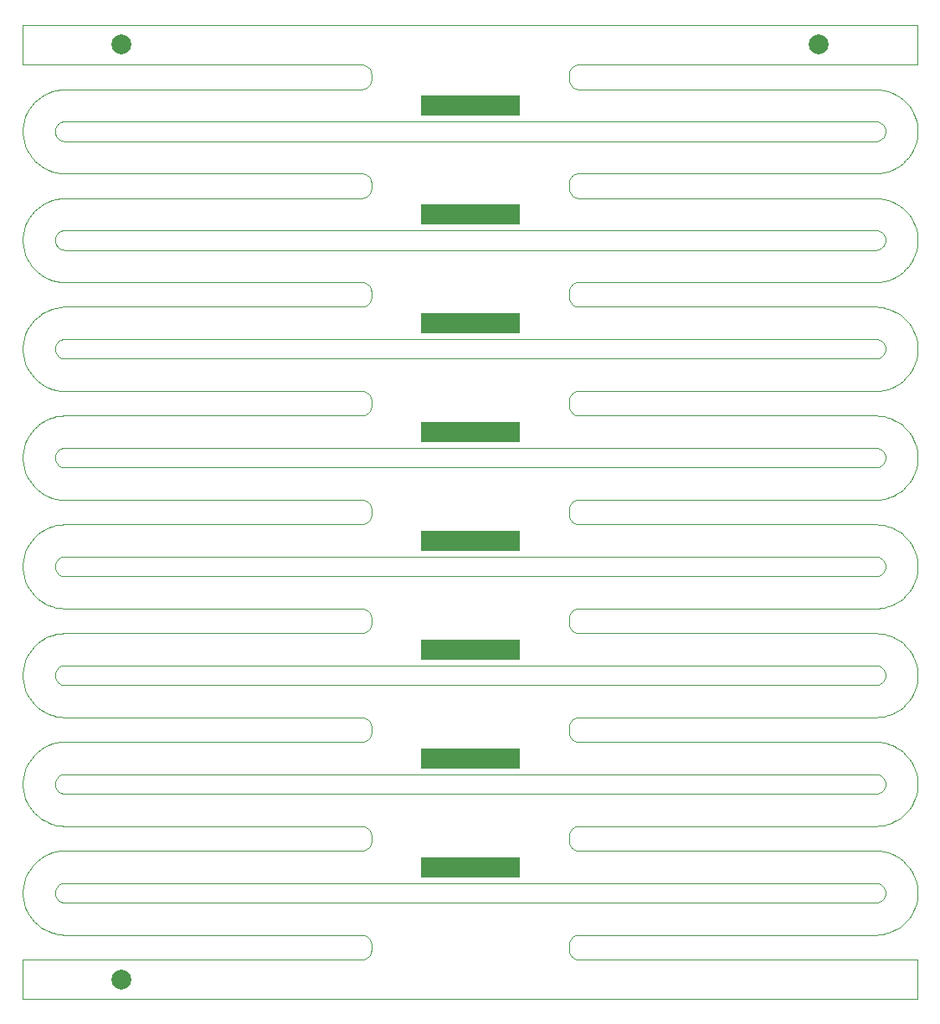
<source format=gbr>
G04 #@! TF.GenerationSoftware,KiCad,Pcbnew,5.1.5+dfsg1-2build2*
G04 #@! TF.CreationDate,2021-10-10T04:01:21+00:00*
G04 #@! TF.ProjectId,bobbin_top_4.0,626f6262-696e-45f7-946f-705f342e302e,rev?*
G04 #@! TF.SameCoordinates,Original*
G04 #@! TF.FileFunction,Soldermask,Top*
G04 #@! TF.FilePolarity,Negative*
%FSLAX46Y46*%
G04 Gerber Fmt 4.6, Leading zero omitted, Abs format (unit mm)*
G04 Created by KiCad (PCBNEW 5.1.5+dfsg1-2build2) date 2021-10-10 04:01:21*
%MOMM*%
%LPD*%
G04 APERTURE LIST*
G04 #@! TA.AperFunction,Profile*
%ADD10C,0.100000*%
G04 #@! TD*
%ADD11C,2.000000*%
%ADD12R,10.000000X2.000000*%
G04 APERTURE END LIST*
D10*
X136499900Y-121216000D02*
X136401200Y-121236200D01*
X136596400Y-121185700D02*
X136499900Y-121216000D01*
X136689300Y-121145900D02*
X136596400Y-121185700D01*
X136777600Y-121096800D02*
X136689300Y-121145900D01*
X136860600Y-121039100D02*
X136777600Y-121096800D01*
X136937300Y-120973300D02*
X136860600Y-121039100D01*
X137007100Y-120899800D02*
X136937300Y-120973300D01*
X137069000Y-120819900D02*
X137007100Y-120899800D01*
X137122400Y-120734100D02*
X137069000Y-120819900D01*
X137166900Y-120643400D02*
X137122400Y-120734100D01*
X137202000Y-120548600D02*
X137166900Y-120643400D01*
X137227300Y-120450800D02*
X137202000Y-120548600D01*
X137242600Y-120350800D02*
X137227300Y-120450800D01*
X137247700Y-120249900D02*
X137242600Y-120350800D01*
X137242600Y-120149200D02*
X137247700Y-120249900D01*
X137227300Y-120049300D02*
X137242600Y-120149200D01*
X137202000Y-119951500D02*
X137227300Y-120049300D01*
X137166900Y-119856700D02*
X137202000Y-119951500D01*
X137122400Y-119766000D02*
X137166900Y-119856700D01*
X137069000Y-119680200D02*
X137122400Y-119766000D01*
X137007100Y-119600300D02*
X137069000Y-119680200D01*
X136937300Y-119526800D02*
X137007100Y-119600300D01*
X136860600Y-119461000D02*
X136937300Y-119526800D01*
X136777600Y-119403300D02*
X136860600Y-119461000D01*
X136689300Y-119354200D02*
X136777600Y-119403300D01*
X136596600Y-119314500D02*
X136689300Y-119354200D01*
X136500200Y-119284200D02*
X136596600Y-119314500D01*
X136401200Y-119263900D02*
X136500200Y-119284200D01*
X136300700Y-119253600D02*
X136401200Y-119263900D01*
X136224800Y-119251000D02*
X136300700Y-119253600D01*
X54275500Y-119251000D02*
X136224800Y-119251000D01*
X54199100Y-119253600D02*
X54275500Y-119251000D01*
X54098800Y-119263900D02*
X54199100Y-119253600D01*
X53999800Y-119284200D02*
X54098800Y-119263900D01*
X53903400Y-119314500D02*
X53999800Y-119284200D01*
X53810500Y-119354400D02*
X53903400Y-119314500D01*
X53722100Y-119403400D02*
X53810500Y-119354400D01*
X53639200Y-119461200D02*
X53722100Y-119403400D01*
X53562500Y-119527000D02*
X53639200Y-119461200D01*
X53492900Y-119600300D02*
X53562500Y-119527000D01*
X53431000Y-119680200D02*
X53492900Y-119600300D01*
X53377600Y-119766000D02*
X53431000Y-119680200D01*
X53333100Y-119856700D02*
X53377600Y-119766000D01*
X53298100Y-119951200D02*
X53333100Y-119856700D01*
X53272700Y-120049100D02*
X53298100Y-119951200D01*
X53257400Y-120149000D02*
X53272700Y-120049100D01*
X53252300Y-120249900D02*
X53257400Y-120149000D01*
X53257400Y-120350800D02*
X53252300Y-120249900D01*
X53272700Y-120450800D02*
X53257400Y-120350800D01*
X53298000Y-120548600D02*
X53272700Y-120450800D01*
X53333100Y-120643400D02*
X53298000Y-120548600D01*
X53377600Y-120734100D02*
X53333100Y-120643400D01*
X53431000Y-120819900D02*
X53377600Y-120734100D01*
X53492900Y-120899800D02*
X53431000Y-120819900D01*
X53562500Y-120973100D02*
X53492900Y-120899800D01*
X53639200Y-121038900D02*
X53562500Y-120973100D01*
X53722100Y-121096700D02*
X53639200Y-121038900D01*
X53810500Y-121145700D02*
X53722100Y-121096700D01*
X53903400Y-121185600D02*
X53810500Y-121145700D01*
X53999800Y-121215900D02*
X53903400Y-121185600D01*
X54098800Y-121236200D02*
X53999800Y-121215900D01*
X54199300Y-121246500D02*
X54098800Y-121236200D01*
X54275200Y-121249000D02*
X54199300Y-121246500D01*
X136225000Y-121249000D02*
X54275200Y-121249000D01*
X136300400Y-121246500D02*
X136225000Y-121249000D01*
X136401200Y-121236200D02*
X136300400Y-121246500D01*
X136499900Y-110215900D02*
X136401100Y-110236200D01*
X136596400Y-110185700D02*
X136499900Y-110215900D01*
X136689300Y-110145900D02*
X136596400Y-110185700D01*
X136777600Y-110096800D02*
X136689300Y-110145900D01*
X136860600Y-110039100D02*
X136777600Y-110096800D01*
X136937300Y-109973300D02*
X136860600Y-110039100D01*
X137007100Y-109899800D02*
X136937300Y-109973300D01*
X137069000Y-109819900D02*
X137007100Y-109899800D01*
X137122400Y-109734100D02*
X137069000Y-109819900D01*
X137166900Y-109643400D02*
X137122400Y-109734100D01*
X137202000Y-109548600D02*
X137166900Y-109643400D01*
X137227300Y-109450700D02*
X137202000Y-109548600D01*
X137242600Y-109350800D02*
X137227300Y-109450700D01*
X137247700Y-109249900D02*
X137242600Y-109350800D01*
X137242600Y-109149200D02*
X137247700Y-109249900D01*
X137227300Y-109049300D02*
X137242600Y-109149200D01*
X137202000Y-108951500D02*
X137227300Y-109049300D01*
X137166900Y-108856700D02*
X137202000Y-108951500D01*
X137122400Y-108766000D02*
X137166900Y-108856700D01*
X137069000Y-108680200D02*
X137122400Y-108766000D01*
X137007100Y-108600300D02*
X137069000Y-108680200D01*
X136937300Y-108526800D02*
X137007100Y-108600300D01*
X136860600Y-108461000D02*
X136937300Y-108526800D01*
X136777600Y-108403300D02*
X136860600Y-108461000D01*
X136689300Y-108354200D02*
X136777600Y-108403300D01*
X136596600Y-108314500D02*
X136689300Y-108354200D01*
X136500200Y-108284200D02*
X136596600Y-108314500D01*
X136401200Y-108263900D02*
X136500200Y-108284200D01*
X136300700Y-108253600D02*
X136401200Y-108263900D01*
X136224800Y-108251000D02*
X136300700Y-108253600D01*
X54275400Y-108251000D02*
X136224800Y-108251000D01*
X54199100Y-108253600D02*
X54275400Y-108251000D01*
X54098800Y-108263900D02*
X54199100Y-108253600D01*
X53999800Y-108284200D02*
X54098800Y-108263900D01*
X53903400Y-108314500D02*
X53999800Y-108284200D01*
X53810500Y-108354300D02*
X53903400Y-108314500D01*
X53722100Y-108403400D02*
X53810500Y-108354300D01*
X53639200Y-108461200D02*
X53722100Y-108403400D01*
X53562500Y-108527000D02*
X53639200Y-108461200D01*
X53492900Y-108600300D02*
X53562500Y-108527000D01*
X53431000Y-108680200D02*
X53492900Y-108600300D01*
X53377600Y-108766000D02*
X53431000Y-108680200D01*
X53333100Y-108856700D02*
X53377600Y-108766000D01*
X53298100Y-108951200D02*
X53333100Y-108856700D01*
X53272700Y-109049100D02*
X53298100Y-108951200D01*
X53257400Y-109149000D02*
X53272700Y-109049100D01*
X53252300Y-109249900D02*
X53257400Y-109149000D01*
X53257400Y-109350800D02*
X53252300Y-109249900D01*
X53272700Y-109450700D02*
X53257400Y-109350800D01*
X53298000Y-109548600D02*
X53272700Y-109450700D01*
X53333100Y-109643400D02*
X53298000Y-109548600D01*
X53377600Y-109734100D02*
X53333100Y-109643400D01*
X53431000Y-109819900D02*
X53377600Y-109734100D01*
X53492900Y-109899800D02*
X53431000Y-109819900D01*
X53562500Y-109973100D02*
X53492900Y-109899800D01*
X53639200Y-110038900D02*
X53562500Y-109973100D01*
X53722100Y-110096700D02*
X53639200Y-110038900D01*
X53810500Y-110145700D02*
X53722100Y-110096700D01*
X53903400Y-110185600D02*
X53810500Y-110145700D01*
X53999800Y-110215900D02*
X53903400Y-110185600D01*
X54098800Y-110236200D02*
X53999800Y-110215900D01*
X54199300Y-110246500D02*
X54098800Y-110236200D01*
X54275200Y-110249000D02*
X54199300Y-110246500D01*
X136225000Y-110249000D02*
X54275200Y-110249000D01*
X136300500Y-110246500D02*
X136225000Y-110249000D01*
X136401100Y-110236200D02*
X136300500Y-110246500D01*
X136499900Y-99215900D02*
X136401100Y-99236200D01*
X136596400Y-99185700D02*
X136499900Y-99215900D01*
X136689300Y-99145800D02*
X136596400Y-99185700D01*
X136777600Y-99096800D02*
X136689300Y-99145800D01*
X136860600Y-99039100D02*
X136777600Y-99096800D01*
X136937300Y-98973300D02*
X136860600Y-99039100D01*
X137007100Y-98899800D02*
X136937300Y-98973300D01*
X137069000Y-98819900D02*
X137007100Y-98899800D01*
X137122400Y-98734100D02*
X137069000Y-98819900D01*
X137166900Y-98643400D02*
X137122400Y-98734100D01*
X137202000Y-98548600D02*
X137166900Y-98643400D01*
X137227300Y-98450700D02*
X137202000Y-98548600D01*
X137242600Y-98350800D02*
X137227300Y-98450700D01*
X137247700Y-98249900D02*
X137242600Y-98350800D01*
X137242600Y-98149200D02*
X137247700Y-98249900D01*
X137227300Y-98049300D02*
X137242600Y-98149200D01*
X137202000Y-97951500D02*
X137227300Y-98049300D01*
X137166900Y-97856700D02*
X137202000Y-97951500D01*
X137122400Y-97766000D02*
X137166900Y-97856700D01*
X137069000Y-97680200D02*
X137122400Y-97766000D01*
X137007100Y-97600300D02*
X137069000Y-97680200D01*
X136937300Y-97526800D02*
X137007100Y-97600300D01*
X136860600Y-97461000D02*
X136937300Y-97526800D01*
X136777600Y-97403300D02*
X136860600Y-97461000D01*
X136689300Y-97354200D02*
X136777600Y-97403300D01*
X136596600Y-97314500D02*
X136689300Y-97354200D01*
X136500200Y-97284200D02*
X136596600Y-97314500D01*
X136401200Y-97263800D02*
X136500200Y-97284200D01*
X136300700Y-97253600D02*
X136401200Y-97263800D01*
X136224800Y-97251000D02*
X136300700Y-97253600D01*
X54275400Y-97251000D02*
X136224800Y-97251000D01*
X54199200Y-97253600D02*
X54275400Y-97251000D01*
X54098800Y-97263800D02*
X54199200Y-97253600D01*
X53999800Y-97284200D02*
X54098800Y-97263800D01*
X53903400Y-97314500D02*
X53999800Y-97284200D01*
X53810500Y-97354300D02*
X53903400Y-97314500D01*
X53722100Y-97403400D02*
X53810500Y-97354300D01*
X53639200Y-97461100D02*
X53722100Y-97403400D01*
X53562500Y-97527000D02*
X53639200Y-97461100D01*
X53492900Y-97600300D02*
X53562500Y-97527000D01*
X53431000Y-97680200D02*
X53492900Y-97600300D01*
X53377600Y-97766000D02*
X53431000Y-97680200D01*
X53333100Y-97856700D02*
X53377600Y-97766000D01*
X53298100Y-97951200D02*
X53333100Y-97856700D01*
X53272700Y-98049100D02*
X53298100Y-97951200D01*
X53257400Y-98149000D02*
X53272700Y-98049100D01*
X53252300Y-98249900D02*
X53257400Y-98149000D01*
X53257400Y-98350800D02*
X53252300Y-98249900D01*
X53272700Y-98450700D02*
X53257400Y-98350800D01*
X53298000Y-98548600D02*
X53272700Y-98450700D01*
X53333100Y-98643400D02*
X53298000Y-98548600D01*
X53377600Y-98734100D02*
X53333100Y-98643400D01*
X53431000Y-98819900D02*
X53377600Y-98734100D01*
X53492900Y-98899800D02*
X53431000Y-98819900D01*
X53562500Y-98973100D02*
X53492900Y-98899800D01*
X53639200Y-99038900D02*
X53562500Y-98973100D01*
X53722100Y-99096700D02*
X53639200Y-99038900D01*
X53810500Y-99145700D02*
X53722100Y-99096700D01*
X53903400Y-99185600D02*
X53810500Y-99145700D01*
X53999800Y-99215900D02*
X53903400Y-99185600D01*
X54098800Y-99236200D02*
X53999800Y-99215900D01*
X54199300Y-99246500D02*
X54098800Y-99236200D01*
X54275200Y-99249000D02*
X54199300Y-99246500D01*
X136224900Y-99249000D02*
X54275200Y-99249000D01*
X136300500Y-99246500D02*
X136224900Y-99249000D01*
X136401100Y-99236200D02*
X136300500Y-99246500D01*
X136499900Y-88215900D02*
X136401100Y-88236200D01*
X136596400Y-88185700D02*
X136499900Y-88215900D01*
X136689300Y-88145800D02*
X136596400Y-88185700D01*
X136777600Y-88096800D02*
X136689300Y-88145800D01*
X136860600Y-88039100D02*
X136777600Y-88096800D01*
X136937300Y-87973300D02*
X136860600Y-88039100D01*
X137007100Y-87899800D02*
X136937300Y-87973300D01*
X137069000Y-87819900D02*
X137007100Y-87899800D01*
X137122400Y-87734100D02*
X137069000Y-87819900D01*
X137166900Y-87643400D02*
X137122400Y-87734100D01*
X137202000Y-87548600D02*
X137166900Y-87643400D01*
X137227300Y-87450700D02*
X137202000Y-87548600D01*
X137242600Y-87350800D02*
X137227300Y-87450700D01*
X137247700Y-87249900D02*
X137242600Y-87350800D01*
X137242600Y-87149200D02*
X137247700Y-87249900D01*
X137227300Y-87049300D02*
X137242600Y-87149200D01*
X137202000Y-86951500D02*
X137227300Y-87049300D01*
X137166900Y-86856700D02*
X137202000Y-86951500D01*
X137122400Y-86766000D02*
X137166900Y-86856700D01*
X137069000Y-86680200D02*
X137122400Y-86766000D01*
X137007100Y-86600200D02*
X137069000Y-86680200D01*
X136937300Y-86526800D02*
X137007100Y-86600200D01*
X136860600Y-86461000D02*
X136937300Y-86526800D01*
X136777600Y-86403200D02*
X136860600Y-86461000D01*
X136689300Y-86354200D02*
X136777600Y-86403200D01*
X136596600Y-86314500D02*
X136689300Y-86354200D01*
X136500200Y-86284200D02*
X136596600Y-86314500D01*
X136401200Y-86263800D02*
X136500200Y-86284200D01*
X136300700Y-86253600D02*
X136401200Y-86263800D01*
X136224800Y-86251000D02*
X136300700Y-86253600D01*
X54275400Y-86251000D02*
X136224800Y-86251000D01*
X54199200Y-86253600D02*
X54275400Y-86251000D01*
X54098800Y-86263800D02*
X54199200Y-86253600D01*
X53999800Y-86284200D02*
X54098800Y-86263800D01*
X53903400Y-86314500D02*
X53999800Y-86284200D01*
X53810500Y-86354300D02*
X53903400Y-86314500D01*
X53722100Y-86403400D02*
X53810500Y-86354300D01*
X53639200Y-86461100D02*
X53722100Y-86403400D01*
X53562500Y-86527000D02*
X53639200Y-86461100D01*
X53492900Y-86600200D02*
X53562500Y-86527000D01*
X53431000Y-86680200D02*
X53492900Y-86600200D01*
X53377600Y-86766000D02*
X53431000Y-86680200D01*
X53333100Y-86856700D02*
X53377600Y-86766000D01*
X53298100Y-86951200D02*
X53333100Y-86856700D01*
X53272700Y-87049100D02*
X53298100Y-86951200D01*
X53257400Y-87149000D02*
X53272700Y-87049100D01*
X53252300Y-87249900D02*
X53257400Y-87149000D01*
X53257400Y-87350800D02*
X53252300Y-87249900D01*
X53272700Y-87450700D02*
X53257400Y-87350800D01*
X53298000Y-87548600D02*
X53272700Y-87450700D01*
X53333100Y-87643400D02*
X53298000Y-87548600D01*
X53377600Y-87734100D02*
X53333100Y-87643400D01*
X53431000Y-87819900D02*
X53377600Y-87734100D01*
X53492900Y-87899800D02*
X53431000Y-87819900D01*
X53562500Y-87973100D02*
X53492900Y-87899800D01*
X53639200Y-88038900D02*
X53562500Y-87973100D01*
X53722100Y-88096700D02*
X53639200Y-88038900D01*
X53810500Y-88145700D02*
X53722100Y-88096700D01*
X53903400Y-88185600D02*
X53810500Y-88145700D01*
X53999800Y-88215900D02*
X53903400Y-88185600D01*
X54098800Y-88236200D02*
X53999800Y-88215900D01*
X54199300Y-88246500D02*
X54098800Y-88236200D01*
X54275200Y-88249000D02*
X54199300Y-88246500D01*
X136224900Y-88249000D02*
X54275200Y-88249000D01*
X136300500Y-88246400D02*
X136224900Y-88249000D01*
X136401100Y-88236200D02*
X136300500Y-88246400D01*
X136499900Y-77215900D02*
X136401000Y-77236200D01*
X136596400Y-77185700D02*
X136499900Y-77215900D01*
X136689300Y-77145800D02*
X136596400Y-77185700D01*
X136777600Y-77096800D02*
X136689300Y-77145800D01*
X136860600Y-77039100D02*
X136777600Y-77096800D01*
X136937300Y-76973200D02*
X136860600Y-77039100D01*
X137007100Y-76899800D02*
X136937300Y-76973200D01*
X137069000Y-76819900D02*
X137007100Y-76899800D01*
X137122400Y-76734100D02*
X137069000Y-76819900D01*
X137166900Y-76643300D02*
X137122400Y-76734100D01*
X137202000Y-76548600D02*
X137166900Y-76643300D01*
X137227300Y-76450700D02*
X137202000Y-76548600D01*
X137242600Y-76350800D02*
X137227300Y-76450700D01*
X137247700Y-76249900D02*
X137242600Y-76350800D01*
X137242600Y-76149200D02*
X137247700Y-76249900D01*
X137227300Y-76049300D02*
X137242600Y-76149200D01*
X137202000Y-75951500D02*
X137227300Y-76049300D01*
X137166900Y-75856700D02*
X137202000Y-75951500D01*
X137122400Y-75765900D02*
X137166900Y-75856700D01*
X137069000Y-75680200D02*
X137122400Y-75765900D01*
X137007100Y-75600200D02*
X137069000Y-75680200D01*
X136937300Y-75526800D02*
X137007100Y-75600200D01*
X136860600Y-75461000D02*
X136937300Y-75526800D01*
X136777600Y-75403200D02*
X136860600Y-75461000D01*
X136689300Y-75354200D02*
X136777600Y-75403200D01*
X136596600Y-75314500D02*
X136689300Y-75354200D01*
X136500200Y-75284200D02*
X136596600Y-75314500D01*
X136401200Y-75263800D02*
X136500200Y-75284200D01*
X136300700Y-75253600D02*
X136401200Y-75263800D01*
X136224800Y-75251000D02*
X136300700Y-75253600D01*
X54275300Y-75251000D02*
X136224800Y-75251000D01*
X54199200Y-75253600D02*
X54275300Y-75251000D01*
X54098800Y-75263800D02*
X54199200Y-75253600D01*
X53999800Y-75284200D02*
X54098800Y-75263800D01*
X53903400Y-75314500D02*
X53999800Y-75284200D01*
X53810500Y-75354300D02*
X53903400Y-75314500D01*
X53722100Y-75403400D02*
X53810500Y-75354300D01*
X53639200Y-75461100D02*
X53722100Y-75403400D01*
X53562500Y-75527000D02*
X53639200Y-75461100D01*
X53492900Y-75600200D02*
X53562500Y-75527000D01*
X53431000Y-75680200D02*
X53492900Y-75600200D01*
X53377600Y-75765900D02*
X53431000Y-75680200D01*
X53333100Y-75856700D02*
X53377600Y-75765900D01*
X53298100Y-75951200D02*
X53333100Y-75856700D01*
X53272700Y-76049000D02*
X53298100Y-75951200D01*
X53257400Y-76148900D02*
X53272700Y-76049000D01*
X53252300Y-76249900D02*
X53257400Y-76148900D01*
X53257400Y-76350800D02*
X53252300Y-76249900D01*
X53272700Y-76450700D02*
X53257400Y-76350800D01*
X53298000Y-76548600D02*
X53272700Y-76450700D01*
X53333100Y-76643300D02*
X53298000Y-76548600D01*
X53377600Y-76734100D02*
X53333100Y-76643300D01*
X53431000Y-76819900D02*
X53377600Y-76734100D01*
X53492900Y-76899800D02*
X53431000Y-76819900D01*
X53562500Y-76973100D02*
X53492900Y-76899800D01*
X53639200Y-77038900D02*
X53562500Y-76973100D01*
X53722100Y-77096700D02*
X53639200Y-77038900D01*
X53810500Y-77145700D02*
X53722100Y-77096700D01*
X53903400Y-77185600D02*
X53810500Y-77145700D01*
X53999800Y-77215800D02*
X53903400Y-77185600D01*
X54098800Y-77236200D02*
X53999800Y-77215800D01*
X54199300Y-77246400D02*
X54098800Y-77236200D01*
X54275200Y-77249000D02*
X54199300Y-77246400D01*
X136224800Y-77249000D02*
X54275200Y-77249000D01*
X136300600Y-77246400D02*
X136224800Y-77249000D01*
X136401000Y-77236200D02*
X136300600Y-77246400D01*
X136499900Y-66215900D02*
X136401000Y-66236200D01*
X136596400Y-66185700D02*
X136499900Y-66215900D01*
X136689300Y-66145800D02*
X136596400Y-66185700D01*
X136777600Y-66096800D02*
X136689300Y-66145800D01*
X136860600Y-66039100D02*
X136777600Y-66096800D01*
X136937300Y-65973200D02*
X136860600Y-66039100D01*
X137007100Y-65899800D02*
X136937300Y-65973200D01*
X137068800Y-65820100D02*
X137007100Y-65899800D01*
X137122300Y-65734300D02*
X137068800Y-65820100D01*
X137166800Y-65643600D02*
X137122300Y-65734300D01*
X137201900Y-65548800D02*
X137166800Y-65643600D01*
X137227300Y-65451000D02*
X137201900Y-65548800D01*
X137242600Y-65351100D02*
X137227300Y-65451000D01*
X137247700Y-65250100D02*
X137242600Y-65351100D01*
X137242600Y-65149200D02*
X137247700Y-65250100D01*
X137227300Y-65049300D02*
X137242600Y-65149200D01*
X137202000Y-64951500D02*
X137227300Y-65049300D01*
X137166800Y-64856400D02*
X137202000Y-64951500D01*
X137122300Y-64765700D02*
X137166800Y-64856400D01*
X137068800Y-64679900D02*
X137122300Y-64765700D01*
X137006900Y-64600000D02*
X137068800Y-64679900D01*
X136937300Y-64526800D02*
X137006900Y-64600000D01*
X136860600Y-64461000D02*
X136937300Y-64526800D01*
X136777600Y-64403200D02*
X136860600Y-64461000D01*
X136689500Y-64354300D02*
X136777600Y-64403200D01*
X136596600Y-64314400D02*
X136689500Y-64354300D01*
X136500200Y-64284200D02*
X136596600Y-64314400D01*
X136401200Y-64263800D02*
X136500200Y-64284200D01*
X136300700Y-64253600D02*
X136401200Y-64263800D01*
X136224800Y-64251000D02*
X136300700Y-64253600D01*
X54275300Y-64251000D02*
X136224800Y-64251000D01*
X54199300Y-64253600D02*
X54275300Y-64251000D01*
X54098800Y-64263800D02*
X54199300Y-64253600D01*
X53999800Y-64284200D02*
X54098800Y-64263800D01*
X53903400Y-64314400D02*
X53999800Y-64284200D01*
X53810500Y-64354300D02*
X53903400Y-64314400D01*
X53722100Y-64403400D02*
X53810500Y-64354300D01*
X53639200Y-64461100D02*
X53722100Y-64403400D01*
X53562500Y-64527000D02*
X53639200Y-64461100D01*
X53492900Y-64600200D02*
X53562500Y-64527000D01*
X53431000Y-64680200D02*
X53492900Y-64600200D01*
X53377600Y-64765900D02*
X53431000Y-64680200D01*
X53333100Y-64856700D02*
X53377600Y-64765900D01*
X53298000Y-64951500D02*
X53333100Y-64856700D01*
X53272700Y-65049000D02*
X53298000Y-64951500D01*
X53257400Y-65148900D02*
X53272700Y-65049000D01*
X53252300Y-65249900D02*
X53257400Y-65148900D01*
X53257400Y-65350800D02*
X53252300Y-65249900D01*
X53272700Y-65450700D02*
X53257400Y-65350800D01*
X53298000Y-65548600D02*
X53272700Y-65450700D01*
X53333100Y-65643300D02*
X53298000Y-65548600D01*
X53377600Y-65734100D02*
X53333100Y-65643300D01*
X53431000Y-65819900D02*
X53377600Y-65734100D01*
X53492900Y-65899800D02*
X53431000Y-65819900D01*
X53562500Y-65973100D02*
X53492900Y-65899800D01*
X53639200Y-66038900D02*
X53562500Y-65973100D01*
X53722100Y-66096600D02*
X53639200Y-66038900D01*
X53810500Y-66145700D02*
X53722100Y-66096600D01*
X53903400Y-66185600D02*
X53810500Y-66145700D01*
X53999800Y-66215800D02*
X53903400Y-66185600D01*
X54098800Y-66236200D02*
X53999800Y-66215800D01*
X54199300Y-66246400D02*
X54098800Y-66236200D01*
X54275200Y-66249000D02*
X54199300Y-66246400D01*
X136224800Y-66249000D02*
X54275200Y-66249000D01*
X136300600Y-66246400D02*
X136224800Y-66249000D01*
X136401000Y-66236200D02*
X136300600Y-66246400D01*
X136499900Y-55215900D02*
X136401000Y-55236200D01*
X136596400Y-55185700D02*
X136499900Y-55215900D01*
X136689300Y-55145800D02*
X136596400Y-55185700D01*
X136777600Y-55096800D02*
X136689300Y-55145800D01*
X136860600Y-55039100D02*
X136777600Y-55096800D01*
X136937300Y-54973200D02*
X136860600Y-55039100D01*
X137007100Y-54899800D02*
X136937300Y-54973200D01*
X137068800Y-54820100D02*
X137007100Y-54899800D01*
X137122300Y-54734300D02*
X137068800Y-54820100D01*
X137166800Y-54643600D02*
X137122300Y-54734300D01*
X137201900Y-54548800D02*
X137166800Y-54643600D01*
X137227300Y-54451000D02*
X137201900Y-54548800D01*
X137242600Y-54351100D02*
X137227300Y-54451000D01*
X137247700Y-54250100D02*
X137242600Y-54351100D01*
X137242600Y-54149200D02*
X137247700Y-54250100D01*
X137227300Y-54049300D02*
X137242600Y-54149200D01*
X137202000Y-53951500D02*
X137227300Y-54049300D01*
X137166800Y-53856400D02*
X137202000Y-53951500D01*
X137122300Y-53765700D02*
X137166800Y-53856400D01*
X137068800Y-53679900D02*
X137122300Y-53765700D01*
X137006900Y-53600000D02*
X137068800Y-53679900D01*
X136937300Y-53526800D02*
X137006900Y-53600000D01*
X136860600Y-53460900D02*
X136937300Y-53526800D01*
X136777600Y-53403200D02*
X136860600Y-53460900D01*
X136689500Y-53354300D02*
X136777600Y-53403200D01*
X136596600Y-53314400D02*
X136689500Y-53354300D01*
X136500200Y-53284200D02*
X136596600Y-53314400D01*
X136401200Y-53263800D02*
X136500200Y-53284200D01*
X136300700Y-53253600D02*
X136401200Y-53263800D01*
X136224800Y-53251000D02*
X136300700Y-53253600D01*
X54275200Y-53251000D02*
X136224800Y-53251000D01*
X54199300Y-53253600D02*
X54275200Y-53251000D01*
X54098800Y-53263800D02*
X54199300Y-53253600D01*
X53999800Y-53284200D02*
X54098800Y-53263800D01*
X53903400Y-53314400D02*
X53999800Y-53284200D01*
X53810500Y-53354300D02*
X53903400Y-53314400D01*
X53722100Y-53403400D02*
X53810500Y-53354300D01*
X53639200Y-53461100D02*
X53722100Y-53403400D01*
X53562500Y-53527000D02*
X53639200Y-53461100D01*
X53492900Y-53600200D02*
X53562500Y-53527000D01*
X53431000Y-53680200D02*
X53492900Y-53600200D01*
X53377600Y-53765900D02*
X53431000Y-53680200D01*
X53333100Y-53856700D02*
X53377600Y-53765900D01*
X53298000Y-53951500D02*
X53333100Y-53856700D01*
X53272700Y-54049000D02*
X53298000Y-53951500D01*
X53257400Y-54148900D02*
X53272700Y-54049000D01*
X53252300Y-54249900D02*
X53257400Y-54148900D01*
X53257400Y-54350800D02*
X53252300Y-54249900D01*
X53272700Y-54450700D02*
X53257400Y-54350800D01*
X53298000Y-54548500D02*
X53272700Y-54450700D01*
X53333100Y-54643300D02*
X53298000Y-54548500D01*
X53377600Y-54734100D02*
X53333100Y-54643300D01*
X53431000Y-54819900D02*
X53377600Y-54734100D01*
X53492900Y-54899800D02*
X53431000Y-54819900D01*
X53562500Y-54973000D02*
X53492900Y-54899800D01*
X53639200Y-55038900D02*
X53562500Y-54973000D01*
X53722100Y-55096600D02*
X53639200Y-55038900D01*
X53810500Y-55145700D02*
X53722100Y-55096600D01*
X53903400Y-55185600D02*
X53810500Y-55145700D01*
X53999800Y-55215800D02*
X53903400Y-55185600D01*
X54098800Y-55236200D02*
X53999800Y-55215800D01*
X54199300Y-55246400D02*
X54098800Y-55236200D01*
X54275200Y-55249000D02*
X54199300Y-55246400D01*
X136224800Y-55249000D02*
X54275200Y-55249000D01*
X136300700Y-55246400D02*
X136224800Y-55249000D01*
X136401000Y-55236200D02*
X136300700Y-55246400D01*
X136500200Y-132215900D02*
X136400700Y-132236300D01*
X136596600Y-132185600D02*
X136500200Y-132215900D01*
X136689500Y-132145800D02*
X136596600Y-132185600D01*
X136777900Y-132096700D02*
X136689500Y-132145800D01*
X136860800Y-132038900D02*
X136777900Y-132096700D01*
X136937500Y-131973100D02*
X136860800Y-132038900D01*
X137007100Y-131899800D02*
X136937500Y-131973100D01*
X137069000Y-131819900D02*
X137007100Y-131899800D01*
X137122400Y-131734100D02*
X137069000Y-131819900D01*
X137166900Y-131643400D02*
X137122400Y-131734100D01*
X137202000Y-131548600D02*
X137166900Y-131643400D01*
X137227300Y-131450800D02*
X137202000Y-131548600D01*
X137242600Y-131350900D02*
X137227300Y-131450800D01*
X137247700Y-131249900D02*
X137242600Y-131350900D01*
X137242600Y-131149300D02*
X137247700Y-131249900D01*
X137227300Y-131049400D02*
X137242600Y-131149300D01*
X137202000Y-130951500D02*
X137227300Y-131049400D01*
X137166900Y-130856700D02*
X137202000Y-130951500D01*
X137122400Y-130766000D02*
X137166900Y-130856700D01*
X137069000Y-130680200D02*
X137122400Y-130766000D01*
X137007100Y-130600300D02*
X137069000Y-130680200D01*
X136937300Y-130526800D02*
X137007100Y-130600300D01*
X136860600Y-130461000D02*
X136937300Y-130526800D01*
X136777600Y-130403300D02*
X136860600Y-130461000D01*
X136689300Y-130354200D02*
X136777600Y-130403300D01*
X136596600Y-130314500D02*
X136689300Y-130354200D01*
X136500200Y-130284200D02*
X136596600Y-130314500D01*
X136401200Y-130263900D02*
X136500200Y-130284200D01*
X136300700Y-130253600D02*
X136401200Y-130263900D01*
X136224800Y-130251100D02*
X136300700Y-130253600D01*
X54275000Y-130251100D02*
X136224800Y-130251100D01*
X54199500Y-130253600D02*
X54275000Y-130251100D01*
X54098800Y-130263900D02*
X54199500Y-130253600D01*
X53999800Y-130284200D02*
X54098800Y-130263900D01*
X53903400Y-130314500D02*
X53999800Y-130284200D01*
X53810500Y-130354400D02*
X53903400Y-130314500D01*
X53722100Y-130403400D02*
X53810500Y-130354400D01*
X53639200Y-130461200D02*
X53722100Y-130403400D01*
X53562500Y-130527000D02*
X53639200Y-130461200D01*
X53492900Y-130600300D02*
X53562500Y-130527000D01*
X53431000Y-130680200D02*
X53492900Y-130600300D01*
X53377600Y-130766000D02*
X53431000Y-130680200D01*
X53333100Y-130856700D02*
X53377600Y-130766000D01*
X53298100Y-130951200D02*
X53333100Y-130856700D01*
X53272700Y-131049100D02*
X53298100Y-130951200D01*
X53257400Y-131149000D02*
X53272700Y-131049100D01*
X53252300Y-131249900D02*
X53257400Y-131149000D01*
X53257400Y-131350900D02*
X53252300Y-131249900D01*
X53272700Y-131450800D02*
X53257400Y-131350900D01*
X53298000Y-131548600D02*
X53272700Y-131450800D01*
X53333100Y-131643400D02*
X53298000Y-131548600D01*
X53377600Y-131734100D02*
X53333100Y-131643400D01*
X53431000Y-131819900D02*
X53377600Y-131734100D01*
X53492900Y-131899800D02*
X53431000Y-131819900D01*
X53562500Y-131973100D02*
X53492900Y-131899800D01*
X53639200Y-132038900D02*
X53562500Y-131973100D01*
X53722100Y-132096700D02*
X53639200Y-132038900D01*
X53810500Y-132145800D02*
X53722100Y-132096700D01*
X53903400Y-132185600D02*
X53810500Y-132145800D01*
X53999800Y-132215900D02*
X53903400Y-132185600D01*
X54098800Y-132236200D02*
X53999800Y-132215900D01*
X54199300Y-132246500D02*
X54098800Y-132236200D01*
X54275200Y-132249100D02*
X54199300Y-132246500D01*
X136224500Y-132249100D02*
X54275200Y-132249100D01*
X136300900Y-132246500D02*
X136224500Y-132249100D01*
X136400700Y-132236300D02*
X136300900Y-132246500D01*
X140471000Y-43499000D02*
X50014600Y-43499700D01*
X140486300Y-43499800D02*
X140471000Y-43499000D01*
X140492300Y-43503000D02*
X140486300Y-43499800D01*
X140494800Y-43508200D02*
X140492300Y-43503000D01*
X140495500Y-43523500D02*
X140494800Y-43508200D01*
X140495500Y-47475500D02*
X140495500Y-43523500D01*
X140494300Y-47492700D02*
X140495500Y-47475500D01*
X140491600Y-47496700D02*
X140494300Y-47492700D01*
X140486300Y-47499200D02*
X140491600Y-47496700D01*
X106241200Y-47500000D02*
X140486300Y-47499200D01*
X106144000Y-47504800D02*
X106241200Y-47500000D01*
X106047900Y-47519000D02*
X106144000Y-47504800D01*
X105953600Y-47542600D02*
X106047900Y-47519000D01*
X105862200Y-47575400D02*
X105953600Y-47542600D01*
X105774300Y-47616900D02*
X105862200Y-47575400D01*
X105691000Y-47666900D02*
X105774300Y-47616900D01*
X105613000Y-47724700D02*
X105691000Y-47666900D01*
X105541000Y-47790000D02*
X105613000Y-47724700D01*
X105475700Y-47862000D02*
X105541000Y-47790000D01*
X105417900Y-47940000D02*
X105475700Y-47862000D01*
X105367900Y-48023300D02*
X105417900Y-47940000D01*
X105326400Y-48111100D02*
X105367900Y-48023300D01*
X105293600Y-48202600D02*
X105326400Y-48111100D01*
X105270000Y-48296900D02*
X105293600Y-48202600D01*
X105255800Y-48393000D02*
X105270000Y-48296900D01*
X105251000Y-48490200D02*
X105255800Y-48393000D01*
X105251000Y-49008800D02*
X105251000Y-48490200D01*
X105255800Y-49106000D02*
X105251000Y-49008800D01*
X105270000Y-49202100D02*
X105255800Y-49106000D01*
X105293600Y-49296400D02*
X105270000Y-49202100D01*
X105326400Y-49387900D02*
X105293600Y-49296400D01*
X105367900Y-49475700D02*
X105326400Y-49387900D01*
X105417900Y-49559000D02*
X105367900Y-49475700D01*
X105475700Y-49637000D02*
X105417900Y-49559000D01*
X105541000Y-49709000D02*
X105475700Y-49637000D01*
X105613000Y-49774300D02*
X105541000Y-49709000D01*
X105691000Y-49832100D02*
X105613000Y-49774300D01*
X105774300Y-49882100D02*
X105691000Y-49832100D01*
X105862200Y-49923600D02*
X105774300Y-49882100D01*
X105953600Y-49956400D02*
X105862200Y-49923600D01*
X106047900Y-49980000D02*
X105953600Y-49956400D01*
X106144000Y-49994200D02*
X106047900Y-49980000D01*
X106241200Y-49999000D02*
X106144000Y-49994200D01*
X136243700Y-49999000D02*
X106241200Y-49999000D01*
X136679800Y-50021100D02*
X136243700Y-49999000D01*
X137093100Y-50084100D02*
X136679800Y-50021100D01*
X137118000Y-50089200D02*
X137093100Y-50084100D01*
X137510300Y-50190800D02*
X137118000Y-50089200D01*
X137534500Y-50198400D02*
X137510300Y-50190800D01*
X137926500Y-50343900D02*
X137534500Y-50198400D01*
X138312700Y-50533300D02*
X137926500Y-50343900D01*
X138678100Y-50761100D02*
X138312700Y-50533300D01*
X139008900Y-51016700D02*
X138678100Y-50761100D01*
X139028200Y-51033300D02*
X139008900Y-51016700D01*
X139321900Y-51312400D02*
X139028200Y-51033300D01*
X139339400Y-51330900D02*
X139321900Y-51312400D01*
X139611500Y-51648400D02*
X139339400Y-51330900D01*
X139857200Y-52001400D02*
X139611500Y-51648400D01*
X140066200Y-52377800D02*
X139857200Y-52001400D01*
X140231400Y-52761900D02*
X140066200Y-52377800D01*
X140240200Y-52785700D02*
X140231400Y-52761900D01*
X140361500Y-53172300D02*
X140240200Y-52785700D01*
X140367900Y-53196900D02*
X140361500Y-53172300D01*
X140451700Y-53606600D02*
X140367900Y-53196900D01*
X140494300Y-54022000D02*
X140451700Y-53606600D01*
X140495500Y-54047400D02*
X140494300Y-54022000D01*
X140495200Y-54465600D02*
X140495500Y-54047400D01*
X140451700Y-54893400D02*
X140495200Y-54465600D01*
X140365000Y-55315200D02*
X140451700Y-54893400D01*
X140240200Y-55714200D02*
X140365000Y-55315200D01*
X140231400Y-55738100D02*
X140240200Y-55714200D01*
X140071600Y-56110400D02*
X140231400Y-55738100D01*
X140060400Y-56133200D02*
X140071600Y-56110400D01*
X139857200Y-56498700D02*
X140060400Y-56133200D01*
X139618900Y-56841600D02*
X139857200Y-56498700D01*
X139603300Y-56861700D02*
X139618900Y-56841600D01*
X139330700Y-57178800D02*
X139603300Y-56861700D01*
X139018600Y-57475400D02*
X139330700Y-57178800D01*
X138678500Y-57738700D02*
X139018600Y-57475400D01*
X138313100Y-57966500D02*
X138678500Y-57738700D01*
X137926500Y-58156100D02*
X138313100Y-57966500D01*
X137522700Y-58305700D02*
X137926500Y-58156100D01*
X137105900Y-58413600D02*
X137522700Y-58305700D01*
X136692700Y-58477300D02*
X137105900Y-58413600D01*
X136667400Y-58479800D02*
X136692700Y-58477300D01*
X136243700Y-58501000D02*
X136667400Y-58479800D01*
X106241200Y-58501000D02*
X136243700Y-58501000D01*
X106144000Y-58505800D02*
X106241200Y-58501000D01*
X106047900Y-58520000D02*
X106144000Y-58505800D01*
X105953600Y-58543600D02*
X106047900Y-58520000D01*
X105862200Y-58576400D02*
X105953600Y-58543600D01*
X105774300Y-58617900D02*
X105862200Y-58576400D01*
X105691000Y-58667900D02*
X105774300Y-58617900D01*
X105613000Y-58725700D02*
X105691000Y-58667900D01*
X105541000Y-58791000D02*
X105613000Y-58725700D01*
X105475700Y-58863000D02*
X105541000Y-58791000D01*
X105417900Y-58941000D02*
X105475700Y-58863000D01*
X105367900Y-59024300D02*
X105417900Y-58941000D01*
X105326400Y-59112100D02*
X105367900Y-59024300D01*
X105293600Y-59203600D02*
X105326400Y-59112100D01*
X105270000Y-59297900D02*
X105293600Y-59203600D01*
X105255800Y-59394000D02*
X105270000Y-59297900D01*
X105251000Y-59491200D02*
X105255800Y-59394000D01*
X105251000Y-60008800D02*
X105251000Y-59491200D01*
X105255800Y-60106000D02*
X105251000Y-60008800D01*
X105270000Y-60202100D02*
X105255800Y-60106000D01*
X105293600Y-60296400D02*
X105270000Y-60202100D01*
X105326400Y-60387900D02*
X105293600Y-60296400D01*
X105367900Y-60475700D02*
X105326400Y-60387900D01*
X105417900Y-60559000D02*
X105367900Y-60475700D01*
X105475700Y-60637000D02*
X105417900Y-60559000D01*
X105541000Y-60709000D02*
X105475700Y-60637000D01*
X105613000Y-60774300D02*
X105541000Y-60709000D01*
X105691000Y-60832200D02*
X105613000Y-60774300D01*
X105774300Y-60882100D02*
X105691000Y-60832200D01*
X105862200Y-60923600D02*
X105774300Y-60882100D01*
X105953600Y-60956400D02*
X105862200Y-60923600D01*
X106047900Y-60980000D02*
X105953600Y-60956400D01*
X106144000Y-60994200D02*
X106047900Y-60980000D01*
X106241200Y-60999000D02*
X106144000Y-60994200D01*
X136243700Y-60999000D02*
X106241200Y-60999000D01*
X136679800Y-61021100D02*
X136243700Y-60999000D01*
X137093400Y-61084100D02*
X136679800Y-61021100D01*
X137118000Y-61089200D02*
X137093400Y-61084100D01*
X137522300Y-61194200D02*
X137118000Y-61089200D01*
X137914500Y-61339100D02*
X137522300Y-61194200D01*
X137937800Y-61349100D02*
X137914500Y-61339100D01*
X138301600Y-61527500D02*
X137937800Y-61349100D01*
X138323800Y-61539900D02*
X138301600Y-61527500D01*
X138678500Y-61761400D02*
X138323800Y-61539900D01*
X139018600Y-62024600D02*
X138678500Y-61761400D01*
X139330700Y-62321300D02*
X139018600Y-62024600D01*
X139603300Y-62638300D02*
X139330700Y-62321300D01*
X139618900Y-62658400D02*
X139603300Y-62638300D01*
X139850300Y-62990900D02*
X139618900Y-62658400D01*
X139863800Y-63012500D02*
X139850300Y-62990900D01*
X140066400Y-63378300D02*
X139863800Y-63012500D01*
X140236000Y-63773500D02*
X140066400Y-63378300D01*
X140364900Y-64184300D02*
X140236000Y-63773500D01*
X140449400Y-64593800D02*
X140364900Y-64184300D01*
X140453300Y-64618900D02*
X140449400Y-64593800D01*
X140494300Y-65022000D02*
X140453300Y-64618900D01*
X140495500Y-65047400D02*
X140494300Y-65022000D01*
X140495200Y-65465600D02*
X140495500Y-65047400D01*
X140451700Y-65893500D02*
X140495200Y-65465600D01*
X140365000Y-66315200D02*
X140451700Y-65893500D01*
X140240200Y-66714200D02*
X140365000Y-66315200D01*
X140231400Y-66738100D02*
X140240200Y-66714200D01*
X140071600Y-67110400D02*
X140231400Y-66738100D01*
X140060400Y-67133200D02*
X140071600Y-67110400D01*
X139857200Y-67498700D02*
X140060400Y-67133200D01*
X139618900Y-67841600D02*
X139857200Y-67498700D01*
X139603300Y-67861700D02*
X139618900Y-67841600D01*
X139330700Y-68178800D02*
X139603300Y-67861700D01*
X139018600Y-68475400D02*
X139330700Y-68178800D01*
X138678500Y-68738700D02*
X139018600Y-68475400D01*
X138313100Y-68966500D02*
X138678500Y-68738700D01*
X137926500Y-69156100D02*
X138313100Y-68966500D01*
X137522700Y-69305700D02*
X137926500Y-69156100D01*
X137105900Y-69413600D02*
X137522700Y-69305700D01*
X136692700Y-69477300D02*
X137105900Y-69413600D01*
X136667400Y-69479800D02*
X136692700Y-69477300D01*
X136243700Y-69501000D02*
X136667400Y-69479800D01*
X106241200Y-69501000D02*
X136243700Y-69501000D01*
X106144000Y-69505800D02*
X106241200Y-69501000D01*
X106047900Y-69520000D02*
X106144000Y-69505800D01*
X105953600Y-69543600D02*
X106047900Y-69520000D01*
X105862200Y-69576400D02*
X105953600Y-69543600D01*
X105774300Y-69617900D02*
X105862200Y-69576400D01*
X105691000Y-69667900D02*
X105774300Y-69617900D01*
X105613000Y-69725700D02*
X105691000Y-69667900D01*
X105541000Y-69791000D02*
X105613000Y-69725700D01*
X105475700Y-69863000D02*
X105541000Y-69791000D01*
X105417900Y-69941000D02*
X105475700Y-69863000D01*
X105367900Y-70024300D02*
X105417900Y-69941000D01*
X105326400Y-70112200D02*
X105367900Y-70024300D01*
X105293600Y-70203600D02*
X105326400Y-70112200D01*
X105270000Y-70297900D02*
X105293600Y-70203600D01*
X105255800Y-70394000D02*
X105270000Y-70297900D01*
X105251000Y-70491200D02*
X105255800Y-70394000D01*
X105251000Y-71008800D02*
X105251000Y-70491200D01*
X105255800Y-71106000D02*
X105251000Y-71008800D01*
X105270000Y-71202100D02*
X105255800Y-71106000D01*
X105293600Y-71296400D02*
X105270000Y-71202100D01*
X105326400Y-71387900D02*
X105293600Y-71296400D01*
X105367900Y-71475700D02*
X105326400Y-71387900D01*
X105417900Y-71559000D02*
X105367900Y-71475700D01*
X105475700Y-71637100D02*
X105417900Y-71559000D01*
X105541000Y-71709000D02*
X105475700Y-71637100D01*
X105613000Y-71774300D02*
X105541000Y-71709000D01*
X105691000Y-71832200D02*
X105613000Y-71774300D01*
X105774300Y-71882100D02*
X105691000Y-71832200D01*
X105862200Y-71923600D02*
X105774300Y-71882100D01*
X105953600Y-71956400D02*
X105862200Y-71923600D01*
X106047900Y-71980000D02*
X105953600Y-71956400D01*
X106144000Y-71994200D02*
X106047900Y-71980000D01*
X106241200Y-71999000D02*
X106144000Y-71994200D01*
X136243700Y-71999000D02*
X106241200Y-71999000D01*
X136679800Y-72021100D02*
X136243700Y-71999000D01*
X137093400Y-72084100D02*
X136679800Y-72021100D01*
X137118000Y-72089200D02*
X137093400Y-72084100D01*
X137522300Y-72194200D02*
X137118000Y-72089200D01*
X137914500Y-72339100D02*
X137522300Y-72194200D01*
X137937800Y-72349100D02*
X137914500Y-72339100D01*
X138301600Y-72527600D02*
X137937800Y-72349100D01*
X138323800Y-72539900D02*
X138301600Y-72527600D01*
X138678500Y-72761400D02*
X138323800Y-72539900D01*
X139018600Y-73024600D02*
X138678500Y-72761400D01*
X139330700Y-73321300D02*
X139018600Y-73024600D01*
X139603300Y-73638300D02*
X139330700Y-73321300D01*
X139618900Y-73658400D02*
X139603300Y-73638300D01*
X139850300Y-73990900D02*
X139618900Y-73658400D01*
X139863800Y-74012500D02*
X139850300Y-73990900D01*
X140066400Y-74378300D02*
X139863800Y-74012500D01*
X140236000Y-74773500D02*
X140066400Y-74378300D01*
X140364900Y-75184400D02*
X140236000Y-74773500D01*
X140449400Y-75593800D02*
X140364900Y-75184400D01*
X140453300Y-75619000D02*
X140449400Y-75593800D01*
X140494300Y-76022000D02*
X140453300Y-75619000D01*
X140495500Y-76047400D02*
X140494300Y-76022000D01*
X140495200Y-76465600D02*
X140495500Y-76047400D01*
X140451700Y-76893500D02*
X140495200Y-76465600D01*
X140365000Y-77315200D02*
X140451700Y-76893500D01*
X140240200Y-77714300D02*
X140365000Y-77315200D01*
X140231400Y-77738100D02*
X140240200Y-77714300D01*
X140071600Y-78110400D02*
X140231400Y-77738100D01*
X140060400Y-78133300D02*
X140071600Y-78110400D01*
X139857200Y-78498700D02*
X140060400Y-78133300D01*
X139611200Y-78852100D02*
X139857200Y-78498700D01*
X139331000Y-79178400D02*
X139611200Y-78852100D01*
X139018900Y-79475100D02*
X139331000Y-79178400D01*
X138678500Y-79738700D02*
X139018900Y-79475100D01*
X138323800Y-79960100D02*
X138678500Y-79738700D01*
X138301600Y-79972500D02*
X138323800Y-79960100D01*
X137937900Y-80150900D02*
X138301600Y-79972500D01*
X137914500Y-80160900D02*
X137937900Y-80150900D01*
X137522200Y-80305800D02*
X137914500Y-80160900D01*
X137118100Y-80410800D02*
X137522200Y-80305800D01*
X137093100Y-80415900D02*
X137118100Y-80410800D01*
X136679800Y-80478900D02*
X137093100Y-80415900D01*
X136243700Y-80501000D02*
X136679800Y-80478900D01*
X106241200Y-80501000D02*
X136243700Y-80501000D01*
X106144000Y-80505800D02*
X106241200Y-80501000D01*
X106047900Y-80520000D02*
X106144000Y-80505800D01*
X105953600Y-80543600D02*
X106047900Y-80520000D01*
X105862200Y-80576400D02*
X105953600Y-80543600D01*
X105774300Y-80617900D02*
X105862200Y-80576400D01*
X105691000Y-80667900D02*
X105774300Y-80617900D01*
X105613000Y-80725700D02*
X105691000Y-80667900D01*
X105541000Y-80791000D02*
X105613000Y-80725700D01*
X105475700Y-80863000D02*
X105541000Y-80791000D01*
X105417900Y-80941000D02*
X105475700Y-80863000D01*
X105367900Y-81024300D02*
X105417900Y-80941000D01*
X105326400Y-81112200D02*
X105367900Y-81024300D01*
X105293600Y-81203600D02*
X105326400Y-81112200D01*
X105270000Y-81297900D02*
X105293600Y-81203600D01*
X105255800Y-81394000D02*
X105270000Y-81297900D01*
X105251000Y-81491300D02*
X105255800Y-81394000D01*
X105251000Y-82008800D02*
X105251000Y-81491300D01*
X105255800Y-82106100D02*
X105251000Y-82008800D01*
X105270000Y-82202200D02*
X105255800Y-82106100D01*
X105293600Y-82296400D02*
X105270000Y-82202200D01*
X105326400Y-82387900D02*
X105293600Y-82296400D01*
X105367900Y-82475700D02*
X105326400Y-82387900D01*
X105417900Y-82559000D02*
X105367900Y-82475700D01*
X105475700Y-82637100D02*
X105417900Y-82559000D01*
X105541000Y-82709000D02*
X105475700Y-82637100D01*
X105613000Y-82774300D02*
X105541000Y-82709000D01*
X105691000Y-82832200D02*
X105613000Y-82774300D01*
X105774300Y-82882100D02*
X105691000Y-82832200D01*
X105862200Y-82923600D02*
X105774300Y-82882100D01*
X105953600Y-82956400D02*
X105862200Y-82923600D01*
X106047900Y-82980000D02*
X105953600Y-82956400D01*
X106144000Y-82994200D02*
X106047900Y-82980000D01*
X106241200Y-82999000D02*
X106144000Y-82994200D01*
X136256400Y-82999300D02*
X106241200Y-82999000D01*
X136680300Y-83021200D02*
X136256400Y-82999300D01*
X137105900Y-83086400D02*
X136680300Y-83021200D01*
X137522800Y-83194400D02*
X137105900Y-83086400D01*
X137914500Y-83339100D02*
X137522800Y-83194400D01*
X137937800Y-83349100D02*
X137914500Y-83339100D01*
X138301600Y-83527600D02*
X137937800Y-83349100D01*
X138323800Y-83539900D02*
X138301600Y-83527600D01*
X138678100Y-83761100D02*
X138323800Y-83539900D01*
X139008900Y-84016700D02*
X138678100Y-83761100D01*
X139028200Y-84033300D02*
X139008900Y-84016700D01*
X139330700Y-84321300D02*
X139028200Y-84033300D01*
X139603500Y-84638500D02*
X139330700Y-84321300D01*
X139618900Y-84658400D02*
X139603500Y-84638500D01*
X139857500Y-85001800D02*
X139618900Y-84658400D01*
X140060400Y-85366800D02*
X139857500Y-85001800D01*
X140071600Y-85389600D02*
X140060400Y-85366800D01*
X140236000Y-85773500D02*
X140071600Y-85389600D01*
X140361500Y-86172300D02*
X140236000Y-85773500D01*
X140367900Y-86197000D02*
X140361500Y-86172300D01*
X140451600Y-86606100D02*
X140367900Y-86197000D01*
X140495200Y-87035000D02*
X140451600Y-86606100D01*
X140495500Y-87452600D02*
X140495200Y-87035000D01*
X140494300Y-87478000D02*
X140495500Y-87452600D01*
X140451700Y-87893500D02*
X140494300Y-87478000D01*
X140367900Y-88303100D02*
X140451700Y-87893500D01*
X140361500Y-88327700D02*
X140367900Y-88303100D01*
X140236200Y-88726100D02*
X140361500Y-88327700D01*
X140066200Y-89122200D02*
X140236200Y-88726100D01*
X139863800Y-89487500D02*
X140066200Y-89122200D01*
X139850300Y-89509100D02*
X139863800Y-89487500D01*
X139611500Y-89851700D02*
X139850300Y-89509100D01*
X139339400Y-90169200D02*
X139611500Y-89851700D01*
X139321900Y-90187600D02*
X139339400Y-90169200D01*
X139018900Y-90475100D02*
X139321900Y-90187600D01*
X138678000Y-90739000D02*
X139018900Y-90475100D01*
X138323800Y-90960100D02*
X138678000Y-90739000D01*
X138301600Y-90972500D02*
X138323800Y-90960100D01*
X137926500Y-91156100D02*
X138301600Y-90972500D01*
X137534500Y-91301600D02*
X137926500Y-91156100D01*
X137510300Y-91309300D02*
X137534500Y-91301600D01*
X137105900Y-91413600D02*
X137510300Y-91309300D01*
X136679800Y-91478900D02*
X137105900Y-91413600D01*
X136243700Y-91501000D02*
X136679800Y-91478900D01*
X106241200Y-91501000D02*
X136243700Y-91501000D01*
X106144000Y-91505800D02*
X106241200Y-91501000D01*
X106047900Y-91520000D02*
X106144000Y-91505800D01*
X105953600Y-91543600D02*
X106047900Y-91520000D01*
X105862200Y-91576400D02*
X105953600Y-91543600D01*
X105774300Y-91617900D02*
X105862200Y-91576400D01*
X105691000Y-91667900D02*
X105774300Y-91617900D01*
X105613000Y-91725700D02*
X105691000Y-91667900D01*
X105541000Y-91791000D02*
X105613000Y-91725700D01*
X105475700Y-91863000D02*
X105541000Y-91791000D01*
X105417900Y-91941000D02*
X105475700Y-91863000D01*
X105367900Y-92024300D02*
X105417900Y-91941000D01*
X105326400Y-92112200D02*
X105367900Y-92024300D01*
X105293600Y-92203600D02*
X105326400Y-92112200D01*
X105270000Y-92297900D02*
X105293600Y-92203600D01*
X105255800Y-92394000D02*
X105270000Y-92297900D01*
X105251000Y-92491300D02*
X105255800Y-92394000D01*
X105251000Y-93008800D02*
X105251000Y-92491300D01*
X105255800Y-93106100D02*
X105251000Y-93008800D01*
X105270000Y-93202200D02*
X105255800Y-93106100D01*
X105293600Y-93296400D02*
X105270000Y-93202200D01*
X105326400Y-93387900D02*
X105293600Y-93296400D01*
X105367900Y-93475700D02*
X105326400Y-93387900D01*
X105417900Y-93559000D02*
X105367900Y-93475700D01*
X105475700Y-93637100D02*
X105417900Y-93559000D01*
X105541000Y-93709000D02*
X105475700Y-93637100D01*
X105613000Y-93774300D02*
X105541000Y-93709000D01*
X105691000Y-93832200D02*
X105613000Y-93774300D01*
X105774300Y-93882100D02*
X105691000Y-93832200D01*
X105862200Y-93923700D02*
X105774300Y-93882100D01*
X105953600Y-93956400D02*
X105862200Y-93923700D01*
X106047900Y-93980000D02*
X105953600Y-93956400D01*
X106144000Y-93994200D02*
X106047900Y-93980000D01*
X106241200Y-93999000D02*
X106144000Y-93994200D01*
X136249900Y-93999100D02*
X106241200Y-93999000D01*
X136667300Y-94020200D02*
X136249900Y-93999100D01*
X136692600Y-94022800D02*
X136667300Y-94020200D01*
X137105400Y-94086300D02*
X136692600Y-94022800D01*
X137510300Y-94190800D02*
X137105400Y-94086300D01*
X137534500Y-94198400D02*
X137510300Y-94190800D01*
X137926100Y-94343800D02*
X137534500Y-94198400D01*
X138301600Y-94527600D02*
X137926100Y-94343800D01*
X138323600Y-94539800D02*
X138301600Y-94527600D01*
X138678100Y-94761100D02*
X138323600Y-94539800D01*
X139008900Y-95016800D02*
X138678100Y-94761100D01*
X139028200Y-95033300D02*
X139008900Y-95016800D01*
X139331100Y-95321700D02*
X139028200Y-95033300D01*
X139611200Y-95648000D02*
X139331100Y-95321700D01*
X139850300Y-95990900D02*
X139611200Y-95648000D01*
X139863800Y-96012500D02*
X139850300Y-95990900D01*
X140066200Y-96377900D02*
X139863800Y-96012500D01*
X140231400Y-96761900D02*
X140066200Y-96377900D01*
X140240200Y-96785800D02*
X140231400Y-96761900D01*
X140365100Y-97184900D02*
X140240200Y-96785800D01*
X140451600Y-97606100D02*
X140365100Y-97184900D01*
X140494300Y-98022000D02*
X140451600Y-97606100D01*
X140495500Y-98047400D02*
X140494300Y-98022000D01*
X140495200Y-98465100D02*
X140495500Y-98047400D01*
X140453300Y-98881100D02*
X140495200Y-98465100D01*
X140449400Y-98906200D02*
X140453300Y-98881100D01*
X140365000Y-99315300D02*
X140449400Y-98906200D01*
X140240200Y-99714300D02*
X140365000Y-99315300D01*
X140231400Y-99738100D02*
X140240200Y-99714300D01*
X140066400Y-100121800D02*
X140231400Y-99738100D01*
X139863800Y-100487500D02*
X140066400Y-100121800D01*
X139850300Y-100509100D02*
X139863800Y-100487500D01*
X139618900Y-100841600D02*
X139850300Y-100509100D01*
X139603300Y-100861700D02*
X139618900Y-100841600D01*
X139331000Y-101178400D02*
X139603300Y-100861700D01*
X139028200Y-101466700D02*
X139331000Y-101178400D01*
X139008900Y-101483300D02*
X139028200Y-101466700D01*
X138678000Y-101739000D02*
X139008900Y-101483300D01*
X138313100Y-101966500D02*
X138678000Y-101739000D01*
X137937900Y-102150900D02*
X138313100Y-101966500D01*
X137914500Y-102160900D02*
X137937900Y-102150900D01*
X137522200Y-102305900D02*
X137914500Y-102160900D01*
X137105900Y-102413700D02*
X137522200Y-102305900D01*
X136692700Y-102477300D02*
X137105900Y-102413700D01*
X136667400Y-102479900D02*
X136692700Y-102477300D01*
X136243800Y-102501000D02*
X136667400Y-102479900D01*
X106241200Y-102501000D02*
X136243800Y-102501000D01*
X106144000Y-102505800D02*
X106241200Y-102501000D01*
X106047900Y-102520000D02*
X106144000Y-102505800D01*
X105953600Y-102543700D02*
X106047900Y-102520000D01*
X105862200Y-102576400D02*
X105953600Y-102543700D01*
X105774300Y-102617900D02*
X105862200Y-102576400D01*
X105691000Y-102667900D02*
X105774300Y-102617900D01*
X105613000Y-102725700D02*
X105691000Y-102667900D01*
X105541000Y-102791000D02*
X105613000Y-102725700D01*
X105475700Y-102863000D02*
X105541000Y-102791000D01*
X105417900Y-102941000D02*
X105475700Y-102863000D01*
X105367900Y-103024300D02*
X105417900Y-102941000D01*
X105326400Y-103112200D02*
X105367900Y-103024300D01*
X105293600Y-103203600D02*
X105326400Y-103112200D01*
X105270000Y-103297900D02*
X105293600Y-103203600D01*
X105255800Y-103394000D02*
X105270000Y-103297900D01*
X105251000Y-103491300D02*
X105255800Y-103394000D01*
X105251000Y-104008800D02*
X105251000Y-103491300D01*
X105255800Y-104106100D02*
X105251000Y-104008800D01*
X105270000Y-104202200D02*
X105255800Y-104106100D01*
X105293600Y-104296400D02*
X105270000Y-104202200D01*
X105326400Y-104387900D02*
X105293600Y-104296400D01*
X105367900Y-104475700D02*
X105326400Y-104387900D01*
X105417900Y-104559000D02*
X105367900Y-104475700D01*
X105475700Y-104637100D02*
X105417900Y-104559000D01*
X105541000Y-104709100D02*
X105475700Y-104637100D01*
X105613000Y-104774300D02*
X105541000Y-104709100D01*
X105691000Y-104832200D02*
X105613000Y-104774300D01*
X105774300Y-104882100D02*
X105691000Y-104832200D01*
X105862200Y-104923700D02*
X105774300Y-104882100D01*
X105953600Y-104956400D02*
X105862200Y-104923700D01*
X106047900Y-104980000D02*
X105953600Y-104956400D01*
X106144000Y-104994200D02*
X106047900Y-104980000D01*
X106241200Y-104999000D02*
X106144000Y-104994200D01*
X136243700Y-104999000D02*
X106241200Y-104999000D01*
X136680300Y-105021200D02*
X136243700Y-104999000D01*
X137093100Y-105084100D02*
X136680300Y-105021200D01*
X137118000Y-105089200D02*
X137093100Y-105084100D01*
X137522300Y-105194200D02*
X137118000Y-105089200D01*
X137914500Y-105339100D02*
X137522300Y-105194200D01*
X137937800Y-105349200D02*
X137914500Y-105339100D01*
X138312700Y-105533400D02*
X137937800Y-105349200D01*
X138667600Y-105754200D02*
X138312700Y-105533400D01*
X138688500Y-105768800D02*
X138667600Y-105754200D01*
X139018600Y-106024700D02*
X138688500Y-105768800D01*
X139321900Y-106312500D02*
X139018600Y-106024700D01*
X139339400Y-106330900D02*
X139321900Y-106312500D01*
X139611200Y-106648000D02*
X139339400Y-106330900D01*
X139850300Y-106991000D02*
X139611200Y-106648000D01*
X139863800Y-107012500D02*
X139850300Y-106991000D01*
X140066200Y-107377900D02*
X139863800Y-107012500D01*
X140231400Y-107761900D02*
X140066200Y-107377900D01*
X140240200Y-107785800D02*
X140231400Y-107761900D01*
X140365100Y-108184900D02*
X140240200Y-107785800D01*
X140451600Y-108606100D02*
X140365100Y-108184900D01*
X140494300Y-109022100D02*
X140451600Y-108606100D01*
X140495500Y-109047500D02*
X140494300Y-109022100D01*
X140495200Y-109465100D02*
X140495500Y-109047500D01*
X140453300Y-109881100D02*
X140495200Y-109465100D01*
X140449400Y-109906200D02*
X140453300Y-109881100D01*
X140365000Y-110315300D02*
X140449400Y-109906200D01*
X140240200Y-110714300D02*
X140365000Y-110315300D01*
X140231400Y-110738100D02*
X140240200Y-110714300D01*
X140066400Y-111121800D02*
X140231400Y-110738100D01*
X139863800Y-111487500D02*
X140066400Y-111121800D01*
X139850300Y-111509100D02*
X139863800Y-111487500D01*
X139611500Y-111851700D02*
X139850300Y-111509100D01*
X139339400Y-112169200D02*
X139611500Y-111851700D01*
X139321900Y-112187600D02*
X139339400Y-112169200D01*
X139018900Y-112475100D02*
X139321900Y-112187600D01*
X138678500Y-112738700D02*
X139018900Y-112475100D01*
X138323800Y-112960100D02*
X138678500Y-112738700D01*
X138301600Y-112972500D02*
X138323800Y-112960100D01*
X137937900Y-113150900D02*
X138301600Y-112972500D01*
X137914500Y-113160900D02*
X137937900Y-113150900D01*
X137522200Y-113305900D02*
X137914500Y-113160900D01*
X137105400Y-113413800D02*
X137522200Y-113305900D01*
X136680300Y-113478900D02*
X137105400Y-113413800D01*
X136250100Y-113500900D02*
X136680300Y-113478900D01*
X106241200Y-113501000D02*
X136250100Y-113500900D01*
X106144000Y-113505800D02*
X106241200Y-113501000D01*
X106047900Y-113520000D02*
X106144000Y-113505800D01*
X105953600Y-113543700D02*
X106047900Y-113520000D01*
X105862200Y-113576400D02*
X105953600Y-113543700D01*
X105774300Y-113617900D02*
X105862200Y-113576400D01*
X105691000Y-113667900D02*
X105774300Y-113617900D01*
X105613000Y-113725700D02*
X105691000Y-113667900D01*
X105541000Y-113791000D02*
X105613000Y-113725700D01*
X105475700Y-113863000D02*
X105541000Y-113791000D01*
X105417900Y-113941000D02*
X105475700Y-113863000D01*
X105367900Y-114024300D02*
X105417900Y-113941000D01*
X105326400Y-114112200D02*
X105367900Y-114024300D01*
X105293600Y-114203600D02*
X105326400Y-114112200D01*
X105270000Y-114297900D02*
X105293600Y-114203600D01*
X105255800Y-114394000D02*
X105270000Y-114297900D01*
X105251000Y-114491300D02*
X105255800Y-114394000D01*
X105251000Y-115008800D02*
X105251000Y-114491300D01*
X105255800Y-115106100D02*
X105251000Y-115008800D01*
X105270000Y-115202200D02*
X105255800Y-115106100D01*
X105293600Y-115296400D02*
X105270000Y-115202200D01*
X105326400Y-115387900D02*
X105293600Y-115296400D01*
X105367900Y-115475700D02*
X105326400Y-115387900D01*
X105417900Y-115559000D02*
X105367900Y-115475700D01*
X105475700Y-115637100D02*
X105417900Y-115559000D01*
X105541000Y-115709100D02*
X105475700Y-115637100D01*
X105613000Y-115774300D02*
X105541000Y-115709100D01*
X105691000Y-115832200D02*
X105613000Y-115774300D01*
X105774300Y-115882100D02*
X105691000Y-115832200D01*
X105862200Y-115923700D02*
X105774300Y-115882100D01*
X105953600Y-115956400D02*
X105862200Y-115923700D01*
X106047900Y-115980000D02*
X105953600Y-115956400D01*
X106144000Y-115994300D02*
X106047900Y-115980000D01*
X106241200Y-115999000D02*
X106144000Y-115994300D01*
X136243700Y-115999000D02*
X106241200Y-115999000D01*
X136679800Y-116021200D02*
X136243700Y-115999000D01*
X137105900Y-116086400D02*
X136679800Y-116021200D01*
X137510300Y-116190800D02*
X137105900Y-116086400D01*
X137534500Y-116198400D02*
X137510300Y-116190800D01*
X137926100Y-116343800D02*
X137534500Y-116198400D01*
X138301600Y-116527600D02*
X137926100Y-116343800D01*
X138323800Y-116539900D02*
X138301600Y-116527600D01*
X138678100Y-116761100D02*
X138323800Y-116539900D01*
X139018600Y-117024700D02*
X138678100Y-116761100D01*
X139331100Y-117321700D02*
X139018600Y-117024700D01*
X139603300Y-117638300D02*
X139331100Y-117321700D01*
X139618900Y-117658400D02*
X139603300Y-117638300D01*
X139857200Y-118001400D02*
X139618900Y-117658400D01*
X140060400Y-118366800D02*
X139857200Y-118001400D01*
X140071600Y-118389600D02*
X140060400Y-118366800D01*
X140236000Y-118773600D02*
X140071600Y-118389600D01*
X140365100Y-119184900D02*
X140236000Y-118773600D01*
X140449400Y-119593800D02*
X140365100Y-119184900D01*
X140453300Y-119619000D02*
X140449400Y-119593800D01*
X140495200Y-120034500D02*
X140453300Y-119619000D01*
X140495500Y-120452600D02*
X140495200Y-120034500D01*
X140494300Y-120478000D02*
X140495500Y-120452600D01*
X140451700Y-120893500D02*
X140494300Y-120478000D01*
X140364900Y-121315800D02*
X140451700Y-120893500D01*
X140240200Y-121714300D02*
X140364900Y-121315800D01*
X140231400Y-121738100D02*
X140240200Y-121714300D01*
X140071600Y-122110500D02*
X140231400Y-121738100D01*
X140060400Y-122133300D02*
X140071600Y-122110500D01*
X139857400Y-122498300D02*
X140060400Y-122133300D01*
X139618900Y-122841700D02*
X139857400Y-122498300D01*
X139603300Y-122861800D02*
X139618900Y-122841700D01*
X139331000Y-123178500D02*
X139603300Y-122861800D01*
X139018900Y-123475100D02*
X139331000Y-123178500D01*
X138678000Y-123739000D02*
X139018900Y-123475100D01*
X138323800Y-123960200D02*
X138678000Y-123739000D01*
X138301600Y-123972500D02*
X138323800Y-123960200D01*
X137937900Y-124150900D02*
X138301600Y-123972500D01*
X137914500Y-124161000D02*
X137937900Y-124150900D01*
X137522700Y-124305700D02*
X137914500Y-124161000D01*
X137118100Y-124410800D02*
X137522700Y-124305700D01*
X137093100Y-124416000D02*
X137118100Y-124410800D01*
X136680300Y-124478900D02*
X137093100Y-124416000D01*
X136256400Y-124500700D02*
X136680300Y-124478900D01*
X106241200Y-124501000D02*
X136256400Y-124500700D01*
X106144000Y-124505800D02*
X106241200Y-124501000D01*
X106047900Y-124520100D02*
X106144000Y-124505800D01*
X105953600Y-124543700D02*
X106047900Y-124520100D01*
X105862200Y-124576400D02*
X105953600Y-124543700D01*
X105774300Y-124617900D02*
X105862200Y-124576400D01*
X105691000Y-124667900D02*
X105774300Y-124617900D01*
X105613000Y-124725700D02*
X105691000Y-124667900D01*
X105541000Y-124791000D02*
X105613000Y-124725700D01*
X105475700Y-124863000D02*
X105541000Y-124791000D01*
X105417900Y-124941000D02*
X105475700Y-124863000D01*
X105367900Y-125024300D02*
X105417900Y-124941000D01*
X105326400Y-125112200D02*
X105367900Y-125024300D01*
X105293600Y-125203600D02*
X105326400Y-125112200D01*
X105270000Y-125297900D02*
X105293600Y-125203600D01*
X105255800Y-125394000D02*
X105270000Y-125297900D01*
X105251000Y-125491300D02*
X105255800Y-125394000D01*
X105251000Y-126008800D02*
X105251000Y-125491300D01*
X105255800Y-126106100D02*
X105251000Y-126008800D01*
X105270000Y-126202200D02*
X105255800Y-126106100D01*
X105293600Y-126296500D02*
X105270000Y-126202200D01*
X105326400Y-126387900D02*
X105293600Y-126296500D01*
X105367900Y-126475700D02*
X105326400Y-126387900D01*
X105417900Y-126559100D02*
X105367900Y-126475700D01*
X105475700Y-126637100D02*
X105417900Y-126559100D01*
X105541000Y-126709100D02*
X105475700Y-126637100D01*
X105613000Y-126774300D02*
X105541000Y-126709100D01*
X105691000Y-126832200D02*
X105613000Y-126774300D01*
X105774300Y-126882200D02*
X105691000Y-126832200D01*
X105862200Y-126923700D02*
X105774300Y-126882200D01*
X105953600Y-126956400D02*
X105862200Y-126923700D01*
X106047900Y-126980000D02*
X105953600Y-126956400D01*
X106144000Y-126994300D02*
X106047900Y-126980000D01*
X106241300Y-126999100D02*
X106144000Y-126994300D01*
X136243700Y-126999100D02*
X106241300Y-126999100D01*
X136667300Y-127020200D02*
X136243700Y-126999100D01*
X136692600Y-127022800D02*
X136667300Y-127020200D01*
X137105900Y-127086400D02*
X136692600Y-127022800D01*
X137522300Y-127194300D02*
X137105900Y-127086400D01*
X137926100Y-127343800D02*
X137522300Y-127194300D01*
X138301600Y-127527600D02*
X137926100Y-127343800D01*
X138323800Y-127539900D02*
X138301600Y-127527600D01*
X138667600Y-127754200D02*
X138323800Y-127539900D01*
X138688500Y-127768800D02*
X138667600Y-127754200D01*
X139019000Y-128025000D02*
X138688500Y-127768800D01*
X139321900Y-128312500D02*
X139019000Y-128025000D01*
X139339400Y-128330900D02*
X139321900Y-128312500D01*
X139611500Y-128648400D02*
X139339400Y-128330900D01*
X139857500Y-129001800D02*
X139611500Y-128648400D01*
X140066200Y-129377900D02*
X139857500Y-129001800D01*
X140236000Y-129773600D02*
X140066200Y-129377900D01*
X140364900Y-130184400D02*
X140236000Y-129773600D01*
X140451600Y-130606200D02*
X140364900Y-130184400D01*
X140495200Y-131034500D02*
X140451600Y-130606200D01*
X140495500Y-131452600D02*
X140495200Y-131034500D01*
X140494300Y-131478000D02*
X140495500Y-131452600D01*
X140453300Y-131881100D02*
X140494300Y-131478000D01*
X140449400Y-131906200D02*
X140453300Y-131881100D01*
X140364900Y-132315800D02*
X140449400Y-131906200D01*
X140236200Y-132726100D02*
X140364900Y-132315800D01*
X140066400Y-133121800D02*
X140236200Y-132726100D01*
X139863800Y-133487500D02*
X140066400Y-133121800D01*
X139850300Y-133509100D02*
X139863800Y-133487500D01*
X139618900Y-133841700D02*
X139850300Y-133509100D01*
X139603300Y-133861800D02*
X139618900Y-133841700D01*
X139330700Y-134178800D02*
X139603300Y-133861800D01*
X139018900Y-134475100D02*
X139330700Y-134178800D01*
X138678500Y-134738700D02*
X139018900Y-134475100D01*
X138323800Y-134960200D02*
X138678500Y-134738700D01*
X138301600Y-134972500D02*
X138323800Y-134960200D01*
X137937900Y-135150900D02*
X138301600Y-134972500D01*
X137914500Y-135161000D02*
X137937900Y-135150900D01*
X137522200Y-135305900D02*
X137914500Y-135161000D01*
X137118100Y-135410800D02*
X137522200Y-135305900D01*
X137093400Y-135415900D02*
X137118100Y-135410800D01*
X136679800Y-135479000D02*
X137093400Y-135415900D01*
X136243700Y-135501100D02*
X136679800Y-135479000D01*
X106241300Y-135501100D02*
X136243700Y-135501100D01*
X106144000Y-135505900D02*
X106241300Y-135501100D01*
X106047900Y-135520100D02*
X106144000Y-135505900D01*
X105953600Y-135543700D02*
X106047900Y-135520100D01*
X105862200Y-135576500D02*
X105953600Y-135543700D01*
X105774300Y-135618000D02*
X105862200Y-135576500D01*
X105691000Y-135667900D02*
X105774300Y-135618000D01*
X105613000Y-135725800D02*
X105691000Y-135667900D01*
X105541000Y-135791100D02*
X105613000Y-135725800D01*
X105475700Y-135863000D02*
X105541000Y-135791100D01*
X105417900Y-135941100D02*
X105475700Y-135863000D01*
X105367900Y-136024400D02*
X105417900Y-135941100D01*
X105326400Y-136112200D02*
X105367900Y-136024400D01*
X105293600Y-136203700D02*
X105326400Y-136112200D01*
X105270000Y-136297900D02*
X105293600Y-136203700D01*
X105255800Y-136394000D02*
X105270000Y-136297900D01*
X105251000Y-136491300D02*
X105255800Y-136394000D01*
X105251000Y-137009800D02*
X105251000Y-136491300D01*
X105255800Y-137107100D02*
X105251000Y-137009800D01*
X105270000Y-137203200D02*
X105255800Y-137107100D01*
X105293600Y-137297400D02*
X105270000Y-137203200D01*
X105326400Y-137388900D02*
X105293600Y-137297400D01*
X105367900Y-137476700D02*
X105326400Y-137388900D01*
X105417900Y-137560100D02*
X105367900Y-137476700D01*
X105475700Y-137638100D02*
X105417900Y-137560100D01*
X105541000Y-137710100D02*
X105475700Y-137638100D01*
X105613000Y-137775300D02*
X105541000Y-137710100D01*
X105691000Y-137833200D02*
X105613000Y-137775300D01*
X105774300Y-137883200D02*
X105691000Y-137833200D01*
X105862200Y-137924700D02*
X105774300Y-137883200D01*
X105953600Y-137957400D02*
X105862200Y-137924700D01*
X106047900Y-137981000D02*
X105953600Y-137957400D01*
X106144000Y-137995300D02*
X106047900Y-137981000D01*
X106241200Y-138000100D02*
X106144000Y-137995300D01*
X140486300Y-138000900D02*
X106241200Y-138000100D01*
X140490800Y-138002700D02*
X140486300Y-138000900D01*
X140494300Y-138007400D02*
X140490800Y-138002700D01*
X140495500Y-138024600D02*
X140494300Y-138007400D01*
X140495500Y-141976500D02*
X140495500Y-138024600D01*
X140494800Y-141991900D02*
X140495500Y-141976500D01*
X140491600Y-141997800D02*
X140494800Y-141991900D01*
X140486300Y-142000300D02*
X140491600Y-141997800D01*
X140471000Y-142001100D02*
X140486300Y-142000300D01*
X50029000Y-142001100D02*
X140471000Y-142001100D01*
X50013700Y-142000300D02*
X50029000Y-142001100D01*
X50007700Y-141997100D02*
X50013700Y-142000300D01*
X50005200Y-141991900D02*
X50007700Y-141997100D01*
X50004500Y-141976500D02*
X50005200Y-141991900D01*
X50004500Y-138024600D02*
X50004500Y-141976500D01*
X50005700Y-138007400D02*
X50004500Y-138024600D01*
X50008400Y-138003300D02*
X50005700Y-138007400D01*
X50013700Y-138000900D02*
X50008400Y-138003300D01*
X84258800Y-138000100D02*
X50013700Y-138000900D01*
X84356000Y-137995300D02*
X84258800Y-138000100D01*
X84452100Y-137981000D02*
X84356000Y-137995300D01*
X84546400Y-137957400D02*
X84452100Y-137981000D01*
X84637900Y-137924700D02*
X84546400Y-137957400D01*
X84725700Y-137883200D02*
X84637900Y-137924700D01*
X84809000Y-137833200D02*
X84725700Y-137883200D01*
X84887000Y-137775300D02*
X84809000Y-137833200D01*
X84959000Y-137710100D02*
X84887000Y-137775300D01*
X85024300Y-137638100D02*
X84959000Y-137710100D01*
X85082100Y-137560100D02*
X85024300Y-137638100D01*
X85132100Y-137476700D02*
X85082100Y-137560100D01*
X85173600Y-137388900D02*
X85132100Y-137476700D01*
X85206400Y-137297400D02*
X85173600Y-137388900D01*
X85230000Y-137203200D02*
X85206400Y-137297400D01*
X85244200Y-137107100D02*
X85230000Y-137203200D01*
X85249000Y-137009800D02*
X85244200Y-137107100D01*
X85249000Y-136491300D02*
X85249000Y-137009800D01*
X85244200Y-136394000D02*
X85249000Y-136491300D01*
X85230000Y-136297900D02*
X85244200Y-136394000D01*
X85206400Y-136203700D02*
X85230000Y-136297900D01*
X85173600Y-136112200D02*
X85206400Y-136203700D01*
X85132100Y-136024400D02*
X85173600Y-136112200D01*
X85082100Y-135941100D02*
X85132100Y-136024400D01*
X85024300Y-135863000D02*
X85082100Y-135941100D01*
X84959000Y-135791000D02*
X85024300Y-135863000D01*
X84887000Y-135725800D02*
X84959000Y-135791000D01*
X84809000Y-135667900D02*
X84887000Y-135725800D01*
X84725700Y-135618000D02*
X84809000Y-135667900D01*
X84637900Y-135576400D02*
X84725700Y-135618000D01*
X84546400Y-135543700D02*
X84637900Y-135576400D01*
X84452100Y-135520100D02*
X84546400Y-135543700D01*
X84356000Y-135505900D02*
X84452100Y-135520100D01*
X84258800Y-135501100D02*
X84356000Y-135505900D01*
X54256300Y-135501100D02*
X84258800Y-135501100D01*
X53820200Y-135478900D02*
X54256300Y-135501100D01*
X53406900Y-135416000D02*
X53820200Y-135478900D01*
X53382000Y-135410900D02*
X53406900Y-135416000D01*
X52989700Y-135309300D02*
X53382000Y-135410900D01*
X52965500Y-135301700D02*
X52989700Y-135309300D01*
X52573500Y-135156100D02*
X52965500Y-135301700D01*
X52187300Y-134966700D02*
X52573500Y-135156100D01*
X51821900Y-134739000D02*
X52187300Y-134966700D01*
X51491100Y-134483300D02*
X51821900Y-134739000D01*
X51471800Y-134466800D02*
X51491100Y-134483300D01*
X51178100Y-134187600D02*
X51471800Y-134466800D01*
X51160600Y-134169200D02*
X51178100Y-134187600D01*
X50888500Y-133851700D02*
X51160600Y-134169200D01*
X50642800Y-133498700D02*
X50888500Y-133851700D01*
X50433800Y-133122200D02*
X50642800Y-133498700D01*
X50268600Y-132738200D02*
X50433800Y-133122200D01*
X50259800Y-132714300D02*
X50268600Y-132738200D01*
X50138500Y-132327700D02*
X50259800Y-132714300D01*
X50132100Y-132303100D02*
X50138500Y-132327700D01*
X50048300Y-131893500D02*
X50132100Y-132303100D01*
X50005700Y-131478000D02*
X50048300Y-131893500D01*
X50004500Y-131452600D02*
X50005700Y-131478000D01*
X50004800Y-131034500D02*
X50004500Y-131452600D01*
X50048300Y-130606600D02*
X50004800Y-131034500D01*
X50135000Y-130184800D02*
X50048300Y-130606600D01*
X50259800Y-129785800D02*
X50135000Y-130184800D01*
X50268600Y-129762000D02*
X50259800Y-129785800D01*
X50428400Y-129389700D02*
X50268600Y-129762000D01*
X50439600Y-129366800D02*
X50428400Y-129389700D01*
X50642800Y-129001400D02*
X50439600Y-129366800D01*
X50881100Y-128658500D02*
X50642800Y-129001400D01*
X50896700Y-128638300D02*
X50881100Y-128658500D01*
X51169300Y-128321300D02*
X50896700Y-128638300D01*
X51481400Y-128024600D02*
X51169300Y-128321300D01*
X51821500Y-127761400D02*
X51481400Y-128024600D01*
X52186900Y-127533600D02*
X51821500Y-127761400D01*
X52573500Y-127344000D02*
X52186900Y-127533600D01*
X52977300Y-127194400D02*
X52573500Y-127344000D01*
X53394100Y-127086400D02*
X52977300Y-127194400D01*
X53807300Y-127022800D02*
X53394100Y-127086400D01*
X53832600Y-127020200D02*
X53807300Y-127022800D01*
X54256300Y-126999100D02*
X53832600Y-127020200D01*
X84258800Y-126999100D02*
X54256300Y-126999100D01*
X84356000Y-126994300D02*
X84258800Y-126999100D01*
X84452100Y-126980000D02*
X84356000Y-126994300D01*
X84546400Y-126956400D02*
X84452100Y-126980000D01*
X84637900Y-126923700D02*
X84546400Y-126956400D01*
X84725700Y-126882200D02*
X84637900Y-126923700D01*
X84809000Y-126832200D02*
X84725700Y-126882200D01*
X84887000Y-126774400D02*
X84809000Y-126832200D01*
X84959000Y-126709100D02*
X84887000Y-126774400D01*
X85024300Y-126637100D02*
X84959000Y-126709100D01*
X85082100Y-126559100D02*
X85024300Y-126637100D01*
X85132100Y-126475800D02*
X85082100Y-126559100D01*
X85173600Y-126387900D02*
X85132100Y-126475800D01*
X85206400Y-126296500D02*
X85173600Y-126387900D01*
X85230000Y-126202200D02*
X85206400Y-126296500D01*
X85244200Y-126106100D02*
X85230000Y-126202200D01*
X85249000Y-126008800D02*
X85244200Y-126106100D01*
X85249000Y-125491300D02*
X85249000Y-126008800D01*
X85244200Y-125394000D02*
X85249000Y-125491300D01*
X85230000Y-125297900D02*
X85244200Y-125394000D01*
X85206400Y-125203700D02*
X85230000Y-125297900D01*
X85173600Y-125112200D02*
X85206400Y-125203700D01*
X85132100Y-125024400D02*
X85173600Y-125112200D01*
X85082100Y-124941000D02*
X85132100Y-125024400D01*
X85024300Y-124863000D02*
X85082100Y-124941000D01*
X84959000Y-124791000D02*
X85024300Y-124863000D01*
X84887000Y-124725800D02*
X84959000Y-124791000D01*
X84809000Y-124667900D02*
X84887000Y-124725800D01*
X84725700Y-124617900D02*
X84809000Y-124667900D01*
X84637900Y-124576400D02*
X84725700Y-124617900D01*
X84546400Y-124543700D02*
X84637900Y-124576400D01*
X84452100Y-124520100D02*
X84546400Y-124543700D01*
X84356000Y-124505800D02*
X84452100Y-124520100D01*
X84258800Y-124501000D02*
X84356000Y-124505800D01*
X54256300Y-124501000D02*
X84258800Y-124501000D01*
X53820200Y-124478900D02*
X54256300Y-124501000D01*
X53406600Y-124415900D02*
X53820200Y-124478900D01*
X53382000Y-124410800D02*
X53406600Y-124415900D01*
X52977700Y-124305900D02*
X53382000Y-124410800D01*
X52585500Y-124161000D02*
X52977700Y-124305900D01*
X52562200Y-124150900D02*
X52585500Y-124161000D01*
X52198400Y-123972500D02*
X52562200Y-124150900D01*
X52176200Y-123960200D02*
X52198400Y-123972500D01*
X51821500Y-123738700D02*
X52176200Y-123960200D01*
X51481400Y-123475400D02*
X51821500Y-123738700D01*
X51169300Y-123178800D02*
X51481400Y-123475400D01*
X50896700Y-122861800D02*
X51169300Y-123178800D01*
X50881100Y-122841700D02*
X50896700Y-122861800D01*
X50649700Y-122509100D02*
X50881100Y-122841700D01*
X50636200Y-122487600D02*
X50649700Y-122509100D01*
X50433600Y-122121800D02*
X50636200Y-122487600D01*
X50264000Y-121726500D02*
X50433600Y-122121800D01*
X50135100Y-121315700D02*
X50264000Y-121726500D01*
X50050600Y-120906300D02*
X50135100Y-121315700D01*
X50046700Y-120881100D02*
X50050600Y-120906300D01*
X50005700Y-120478000D02*
X50046700Y-120881100D01*
X50004500Y-120452600D02*
X50005700Y-120478000D01*
X50004800Y-120034500D02*
X50004500Y-120452600D01*
X50048300Y-119606600D02*
X50004800Y-120034500D01*
X50135000Y-119184800D02*
X50048300Y-119606600D01*
X50259800Y-118785800D02*
X50135000Y-119184800D01*
X50268600Y-118762000D02*
X50259800Y-118785800D01*
X50428400Y-118389600D02*
X50268600Y-118762000D01*
X50439600Y-118366800D02*
X50428400Y-118389600D01*
X50642800Y-118001400D02*
X50439600Y-118366800D01*
X50881100Y-117658400D02*
X50642800Y-118001400D01*
X50896700Y-117638300D02*
X50881100Y-117658400D01*
X51169300Y-117321300D02*
X50896700Y-117638300D01*
X51481400Y-117024600D02*
X51169300Y-117321300D01*
X51821500Y-116761400D02*
X51481400Y-117024600D01*
X52186900Y-116533600D02*
X51821500Y-116761400D01*
X52573500Y-116343900D02*
X52186900Y-116533600D01*
X52977300Y-116194400D02*
X52573500Y-116343900D01*
X53394100Y-116086400D02*
X52977300Y-116194400D01*
X53807400Y-116022800D02*
X53394100Y-116086400D01*
X53832600Y-116020200D02*
X53807400Y-116022800D01*
X54256300Y-115999000D02*
X53832600Y-116020200D01*
X84258800Y-115999000D02*
X54256300Y-115999000D01*
X84356000Y-115994200D02*
X84258800Y-115999000D01*
X84452100Y-115980000D02*
X84356000Y-115994200D01*
X84546400Y-115956400D02*
X84452100Y-115980000D01*
X84637900Y-115923600D02*
X84546400Y-115956400D01*
X84725700Y-115882100D02*
X84637900Y-115923600D01*
X84809000Y-115832200D02*
X84725700Y-115882100D01*
X84887000Y-115774300D02*
X84809000Y-115832200D01*
X84959000Y-115709000D02*
X84887000Y-115774300D01*
X85024300Y-115637100D02*
X84959000Y-115709000D01*
X85082100Y-115559000D02*
X85024300Y-115637100D01*
X85132100Y-115475700D02*
X85082100Y-115559000D01*
X85173600Y-115387900D02*
X85132100Y-115475700D01*
X85206400Y-115296400D02*
X85173600Y-115387900D01*
X85230000Y-115202200D02*
X85206400Y-115296400D01*
X85244200Y-115106100D02*
X85230000Y-115202200D01*
X85249000Y-115008800D02*
X85244200Y-115106100D01*
X85249000Y-114491300D02*
X85249000Y-115008800D01*
X85244200Y-114394000D02*
X85249000Y-114491300D01*
X85230000Y-114297900D02*
X85244200Y-114394000D01*
X85206400Y-114203600D02*
X85230000Y-114297900D01*
X85173600Y-114112200D02*
X85206400Y-114203600D01*
X85132100Y-114024300D02*
X85173600Y-114112200D01*
X85082100Y-113941000D02*
X85132100Y-114024300D01*
X85024300Y-113863000D02*
X85082100Y-113941000D01*
X84959000Y-113791000D02*
X85024300Y-113863000D01*
X84887000Y-113725800D02*
X84959000Y-113791000D01*
X84809000Y-113667900D02*
X84887000Y-113725800D01*
X84725700Y-113617900D02*
X84809000Y-113667900D01*
X84637900Y-113576400D02*
X84725700Y-113617900D01*
X84546400Y-113543700D02*
X84637900Y-113576400D01*
X84452100Y-113520100D02*
X84546400Y-113543700D01*
X84356000Y-113505800D02*
X84452100Y-113520100D01*
X84258800Y-113501000D02*
X84356000Y-113505800D01*
X54243600Y-113500700D02*
X84258800Y-113501000D01*
X53819700Y-113478900D02*
X54243600Y-113500700D01*
X53406900Y-113416000D02*
X53819700Y-113478900D01*
X53382000Y-113410800D02*
X53406900Y-113416000D01*
X52989700Y-113309300D02*
X53382000Y-113410800D01*
X52965500Y-113301700D02*
X52989700Y-113309300D01*
X52573900Y-113156300D02*
X52965500Y-113301700D01*
X52198400Y-112972500D02*
X52573900Y-113156300D01*
X52176200Y-112960200D02*
X52198400Y-112972500D01*
X51821900Y-112739000D02*
X52176200Y-112960200D01*
X51481400Y-112475400D02*
X51821900Y-112739000D01*
X51169000Y-112178400D02*
X51481400Y-112475400D01*
X50896700Y-111861800D02*
X51169000Y-112178400D01*
X50881100Y-111841700D02*
X50896700Y-111861800D01*
X50649700Y-111509100D02*
X50881100Y-111841700D01*
X50636200Y-111487500D02*
X50649700Y-111509100D01*
X50433800Y-111122200D02*
X50636200Y-111487500D01*
X50268600Y-110738100D02*
X50433800Y-111122200D01*
X50259800Y-110714300D02*
X50268600Y-110738100D01*
X50135100Y-110315700D02*
X50259800Y-110714300D01*
X50048300Y-109893400D02*
X50135100Y-110315700D01*
X50005700Y-109478000D02*
X50048300Y-109893400D01*
X50004500Y-109452600D02*
X50005700Y-109478000D01*
X50004800Y-109035000D02*
X50004500Y-109452600D01*
X50046700Y-108619000D02*
X50004800Y-109035000D01*
X50050600Y-108593900D02*
X50046700Y-108619000D01*
X50135000Y-108184800D02*
X50050600Y-108593900D01*
X50264000Y-107773500D02*
X50135000Y-108184800D01*
X50428400Y-107389600D02*
X50264000Y-107773500D01*
X50439600Y-107366800D02*
X50428400Y-107389600D01*
X50642600Y-107001800D02*
X50439600Y-107366800D01*
X50881100Y-106658400D02*
X50642600Y-107001800D01*
X50896700Y-106638300D02*
X50881100Y-106658400D01*
X51169000Y-106321600D02*
X50896700Y-106638300D01*
X51481100Y-106025000D02*
X51169000Y-106321600D01*
X51822000Y-105761100D02*
X51481100Y-106025000D01*
X52176200Y-105539900D02*
X51822000Y-105761100D01*
X52198400Y-105527600D02*
X52176200Y-105539900D01*
X52573500Y-105343900D02*
X52198400Y-105527600D01*
X52965500Y-105198400D02*
X52573500Y-105343900D01*
X52989700Y-105190800D02*
X52965500Y-105198400D01*
X53394100Y-105086400D02*
X52989700Y-105190800D01*
X53820200Y-105021100D02*
X53394100Y-105086400D01*
X54256300Y-104999000D02*
X53820200Y-105021100D01*
X84258800Y-104999000D02*
X54256300Y-104999000D01*
X84356000Y-104994200D02*
X84258800Y-104999000D01*
X84452100Y-104980000D02*
X84356000Y-104994200D01*
X84546400Y-104956400D02*
X84452100Y-104980000D01*
X84637900Y-104923600D02*
X84546400Y-104956400D01*
X84725700Y-104882100D02*
X84637900Y-104923600D01*
X84809000Y-104832200D02*
X84725700Y-104882100D01*
X84887000Y-104774300D02*
X84809000Y-104832200D01*
X84959000Y-104709000D02*
X84887000Y-104774300D01*
X85024300Y-104637100D02*
X84959000Y-104709000D01*
X85082100Y-104559000D02*
X85024300Y-104637100D01*
X85132100Y-104475700D02*
X85082100Y-104559000D01*
X85173600Y-104387900D02*
X85132100Y-104475700D01*
X85206400Y-104296400D02*
X85173600Y-104387900D01*
X85230000Y-104202200D02*
X85206400Y-104296400D01*
X85244200Y-104106100D02*
X85230000Y-104202200D01*
X85249000Y-104008800D02*
X85244200Y-104106100D01*
X85249000Y-103491300D02*
X85249000Y-104008800D01*
X85244200Y-103394000D02*
X85249000Y-103491300D01*
X85230000Y-103297900D02*
X85244200Y-103394000D01*
X85206400Y-103203600D02*
X85230000Y-103297900D01*
X85173600Y-103112200D02*
X85206400Y-103203600D01*
X85132100Y-103024300D02*
X85173600Y-103112200D01*
X85082100Y-102941000D02*
X85132100Y-103024300D01*
X85024300Y-102863000D02*
X85082100Y-102941000D01*
X84959000Y-102791000D02*
X85024300Y-102863000D01*
X84887000Y-102725700D02*
X84959000Y-102791000D01*
X84809000Y-102667900D02*
X84887000Y-102725700D01*
X84725700Y-102617900D02*
X84809000Y-102667900D01*
X84637900Y-102576400D02*
X84725700Y-102617900D01*
X84546400Y-102543700D02*
X84637900Y-102576400D01*
X84452100Y-102520100D02*
X84546400Y-102543700D01*
X84356000Y-102505800D02*
X84452100Y-102520100D01*
X84258800Y-102501000D02*
X84356000Y-102505800D01*
X54249800Y-102500900D02*
X84258800Y-102501000D01*
X53819700Y-102478900D02*
X54249800Y-102500900D01*
X53394600Y-102413700D02*
X53819700Y-102478900D01*
X52977700Y-102305800D02*
X53394600Y-102413700D01*
X52585500Y-102161000D02*
X52977700Y-102305800D01*
X52562200Y-102150900D02*
X52585500Y-102161000D01*
X52198400Y-101972500D02*
X52562200Y-102150900D01*
X52176200Y-101960200D02*
X52198400Y-101972500D01*
X51821500Y-101738700D02*
X52176200Y-101960200D01*
X51481000Y-101475100D02*
X51821500Y-101738700D01*
X51169300Y-101178800D02*
X51481000Y-101475100D01*
X50896700Y-100861800D02*
X51169300Y-101178800D01*
X50881100Y-100841700D02*
X50896700Y-100861800D01*
X50642800Y-100498700D02*
X50881100Y-100841700D01*
X50439600Y-100133300D02*
X50642800Y-100498700D01*
X50428400Y-100110500D02*
X50439600Y-100133300D01*
X50264000Y-99726500D02*
X50428400Y-100110500D01*
X50138500Y-99327700D02*
X50264000Y-99726500D01*
X50132100Y-99303100D02*
X50138500Y-99327700D01*
X50048400Y-98893900D02*
X50132100Y-99303100D01*
X50005700Y-98478000D02*
X50048400Y-98893900D01*
X50004500Y-98452600D02*
X50005700Y-98478000D01*
X50004800Y-98035000D02*
X50004500Y-98452600D01*
X50046700Y-97619000D02*
X50004800Y-98035000D01*
X50050600Y-97593900D02*
X50046700Y-97619000D01*
X50135000Y-97184800D02*
X50050600Y-97593900D01*
X50259800Y-96785800D02*
X50135000Y-97184800D01*
X50268600Y-96761900D02*
X50259800Y-96785800D01*
X50433600Y-96378300D02*
X50268600Y-96761900D01*
X50636200Y-96012500D02*
X50433600Y-96378300D01*
X50649700Y-95991000D02*
X50636200Y-96012500D01*
X50888500Y-95648300D02*
X50649700Y-95991000D01*
X51160600Y-95330900D02*
X50888500Y-95648300D01*
X51178100Y-95312500D02*
X51160600Y-95330900D01*
X51481100Y-95024900D02*
X51178100Y-95312500D01*
X51811500Y-94768800D02*
X51481100Y-95024900D01*
X51832300Y-94754200D02*
X51811500Y-94768800D01*
X52186900Y-94533600D02*
X51832300Y-94754200D01*
X52562200Y-94349200D02*
X52186900Y-94533600D01*
X52585500Y-94339100D02*
X52562200Y-94349200D01*
X52977300Y-94194400D02*
X52585500Y-94339100D01*
X53381900Y-94089200D02*
X52977300Y-94194400D01*
X53406900Y-94084100D02*
X53381900Y-94089200D01*
X53819700Y-94021200D02*
X53406900Y-94084100D01*
X54256300Y-93999000D02*
X53819700Y-94021200D01*
X84258800Y-93999000D02*
X54256300Y-93999000D01*
X84356000Y-93994200D02*
X84258800Y-93999000D01*
X84452100Y-93980000D02*
X84356000Y-93994200D01*
X84546400Y-93956400D02*
X84452100Y-93980000D01*
X84637900Y-93923600D02*
X84546400Y-93956400D01*
X84725700Y-93882100D02*
X84637900Y-93923600D01*
X84809000Y-93832200D02*
X84725700Y-93882100D01*
X84887000Y-93774300D02*
X84809000Y-93832200D01*
X84959000Y-93709000D02*
X84887000Y-93774300D01*
X85024300Y-93637100D02*
X84959000Y-93709000D01*
X85082100Y-93559000D02*
X85024300Y-93637100D01*
X85132100Y-93475700D02*
X85082100Y-93559000D01*
X85173600Y-93387900D02*
X85132100Y-93475700D01*
X85206400Y-93296400D02*
X85173600Y-93387900D01*
X85230000Y-93202100D02*
X85206400Y-93296400D01*
X85244200Y-93106000D02*
X85230000Y-93202100D01*
X85249000Y-93008800D02*
X85244200Y-93106000D01*
X85249000Y-92491300D02*
X85249000Y-93008800D01*
X85244200Y-92394000D02*
X85249000Y-92491300D01*
X85230000Y-92297900D02*
X85244200Y-92394000D01*
X85206400Y-92203600D02*
X85230000Y-92297900D01*
X85173600Y-92112200D02*
X85206400Y-92203600D01*
X85132100Y-92024300D02*
X85173600Y-92112200D01*
X85082100Y-91941000D02*
X85132100Y-92024300D01*
X85024300Y-91863000D02*
X85082100Y-91941000D01*
X84959000Y-91791000D02*
X85024300Y-91863000D01*
X84887000Y-91725700D02*
X84959000Y-91791000D01*
X84809000Y-91667900D02*
X84887000Y-91725700D01*
X84725700Y-91617900D02*
X84809000Y-91667900D01*
X84637900Y-91576400D02*
X84725700Y-91617900D01*
X84546400Y-91543700D02*
X84637900Y-91576400D01*
X84452100Y-91520100D02*
X84546400Y-91543700D01*
X84356000Y-91505800D02*
X84452100Y-91520100D01*
X84258800Y-91501000D02*
X84356000Y-91505800D01*
X54256200Y-91501000D02*
X84258800Y-91501000D01*
X53832700Y-91479900D02*
X54256200Y-91501000D01*
X53807400Y-91477300D02*
X53832700Y-91479900D01*
X53394100Y-91413600D02*
X53807400Y-91477300D01*
X52977700Y-91305800D02*
X53394100Y-91413600D01*
X52585500Y-91160900D02*
X52977700Y-91305800D01*
X52562200Y-91150900D02*
X52585500Y-91160900D01*
X52186900Y-90966500D02*
X52562200Y-91150900D01*
X51821900Y-90739000D02*
X52186900Y-90966500D01*
X51491100Y-90483300D02*
X51821900Y-90739000D01*
X51471800Y-90466700D02*
X51491100Y-90483300D01*
X51169300Y-90178800D02*
X51471800Y-90466700D01*
X50896700Y-89861800D02*
X51169300Y-90178800D01*
X50881100Y-89841600D02*
X50896700Y-89861800D01*
X50642800Y-89498700D02*
X50881100Y-89841600D01*
X50439600Y-89133300D02*
X50642800Y-89498700D01*
X50428400Y-89110500D02*
X50439600Y-89133300D01*
X50264000Y-88726500D02*
X50428400Y-89110500D01*
X50138500Y-88327700D02*
X50264000Y-88726500D01*
X50132100Y-88303100D02*
X50138500Y-88327700D01*
X50050600Y-87906200D02*
X50132100Y-88303100D01*
X50046700Y-87881100D02*
X50050600Y-87906200D01*
X50004800Y-87465500D02*
X50046700Y-87881100D01*
X50004500Y-87047500D02*
X50004800Y-87465500D01*
X50005700Y-87022100D02*
X50004500Y-87047500D01*
X50048400Y-86606100D02*
X50005700Y-87022100D01*
X50135000Y-86184800D02*
X50048400Y-86606100D01*
X50259800Y-85785800D02*
X50135000Y-86184800D01*
X50268600Y-85761900D02*
X50259800Y-85785800D01*
X50433800Y-85377800D02*
X50268600Y-85761900D01*
X50642600Y-85001800D02*
X50433800Y-85377800D01*
X50881100Y-84658400D02*
X50642600Y-85001800D01*
X50896700Y-84638300D02*
X50881100Y-84658400D01*
X51169000Y-84321600D02*
X50896700Y-84638300D01*
X51471800Y-84033300D02*
X51169000Y-84321600D01*
X51491100Y-84016800D02*
X51471800Y-84033300D01*
X51821500Y-83761400D02*
X51491100Y-84016800D01*
X52176400Y-83539800D02*
X51821500Y-83761400D01*
X52198400Y-83527600D02*
X52176400Y-83539800D01*
X52574000Y-83343700D02*
X52198400Y-83527600D01*
X52965500Y-83198400D02*
X52574000Y-83343700D01*
X52989700Y-83190800D02*
X52965500Y-83198400D01*
X53394100Y-83086400D02*
X52989700Y-83190800D01*
X53807300Y-83022800D02*
X53394100Y-83086400D01*
X53832600Y-83020200D02*
X53807300Y-83022800D01*
X54250100Y-82999100D02*
X53832600Y-83020200D01*
X84258800Y-82999000D02*
X54250100Y-82999100D01*
X84356000Y-82994200D02*
X84258800Y-82999000D01*
X84452100Y-82980000D02*
X84356000Y-82994200D01*
X84546400Y-82956400D02*
X84452100Y-82980000D01*
X84637900Y-82923600D02*
X84546400Y-82956400D01*
X84725700Y-82882100D02*
X84637900Y-82923600D01*
X84809000Y-82832200D02*
X84725700Y-82882100D01*
X84887000Y-82774300D02*
X84809000Y-82832200D01*
X84959000Y-82709000D02*
X84887000Y-82774300D01*
X85024300Y-82637100D02*
X84959000Y-82709000D01*
X85082100Y-82559000D02*
X85024300Y-82637100D01*
X85132100Y-82475700D02*
X85082100Y-82559000D01*
X85173600Y-82387900D02*
X85132100Y-82475700D01*
X85206400Y-82296400D02*
X85173600Y-82387900D01*
X85230000Y-82202100D02*
X85206400Y-82296400D01*
X85244200Y-82106000D02*
X85230000Y-82202100D01*
X85249000Y-82008800D02*
X85244200Y-82106000D01*
X85249000Y-81491300D02*
X85249000Y-82008800D01*
X85244200Y-81394000D02*
X85249000Y-81491300D01*
X85230000Y-81297900D02*
X85244200Y-81394000D01*
X85206400Y-81203600D02*
X85230000Y-81297900D01*
X85173600Y-81112200D02*
X85206400Y-81203600D01*
X85132100Y-81024300D02*
X85173600Y-81112200D01*
X85082100Y-80941000D02*
X85132100Y-81024300D01*
X85024300Y-80863000D02*
X85082100Y-80941000D01*
X84959000Y-80791000D02*
X85024300Y-80863000D01*
X84887000Y-80725700D02*
X84959000Y-80791000D01*
X84809000Y-80667900D02*
X84887000Y-80725700D01*
X84725700Y-80617900D02*
X84809000Y-80667900D01*
X84637900Y-80576400D02*
X84725700Y-80617900D01*
X84546400Y-80543700D02*
X84637900Y-80576400D01*
X84452100Y-80520000D02*
X84546400Y-80543700D01*
X84356000Y-80505800D02*
X84452100Y-80520000D01*
X84258800Y-80501000D02*
X84356000Y-80505800D01*
X54256300Y-80501000D02*
X84258800Y-80501000D01*
X53820200Y-80478900D02*
X54256300Y-80501000D01*
X53394100Y-80413600D02*
X53820200Y-80478900D01*
X52989700Y-80309300D02*
X53394100Y-80413600D01*
X52965500Y-80301600D02*
X52989700Y-80309300D01*
X52573900Y-80156300D02*
X52965500Y-80301600D01*
X52198400Y-79972500D02*
X52573900Y-80156300D01*
X52176200Y-79960100D02*
X52198400Y-79972500D01*
X51821900Y-79738900D02*
X52176200Y-79960100D01*
X51481000Y-79475100D02*
X51821900Y-79738900D01*
X51178100Y-79187600D02*
X51481000Y-79475100D01*
X51160600Y-79169200D02*
X51178100Y-79187600D01*
X50888800Y-78852100D02*
X51160600Y-79169200D01*
X50649700Y-78509100D02*
X50888800Y-78852100D01*
X50636200Y-78487500D02*
X50649700Y-78509100D01*
X50433800Y-78122200D02*
X50636200Y-78487500D01*
X50263800Y-77726000D02*
X50433800Y-78122200D01*
X50138500Y-77327700D02*
X50263800Y-77726000D01*
X50132100Y-77303100D02*
X50138500Y-77327700D01*
X50048400Y-76893900D02*
X50132100Y-77303100D01*
X50005700Y-76478000D02*
X50048400Y-76893900D01*
X50004500Y-76452600D02*
X50005700Y-76478000D01*
X50004800Y-76035000D02*
X50004500Y-76452600D01*
X50048400Y-75606100D02*
X50004800Y-76035000D01*
X50132100Y-75197000D02*
X50048400Y-75606100D01*
X50138500Y-75172400D02*
X50132100Y-75197000D01*
X50263800Y-74773900D02*
X50138500Y-75172400D01*
X50428400Y-74389600D02*
X50263800Y-74773900D01*
X50439600Y-74366800D02*
X50428400Y-74389600D01*
X50642600Y-74001800D02*
X50439600Y-74366800D01*
X50881100Y-73658400D02*
X50642600Y-74001800D01*
X50896500Y-73638500D02*
X50881100Y-73658400D01*
X51169300Y-73321200D02*
X50896500Y-73638500D01*
X51471800Y-73033300D02*
X51169300Y-73321200D01*
X51491100Y-73016700D02*
X51471800Y-73033300D01*
X51811500Y-72768800D02*
X51491100Y-73016700D01*
X51832300Y-72754200D02*
X51811500Y-72768800D01*
X52186900Y-72533600D02*
X51832300Y-72754200D01*
X52562200Y-72349100D02*
X52186900Y-72533600D01*
X52585500Y-72339100D02*
X52562200Y-72349100D01*
X52977300Y-72194300D02*
X52585500Y-72339100D01*
X53394100Y-72086400D02*
X52977300Y-72194300D01*
X53819700Y-72021200D02*
X53394100Y-72086400D01*
X54243600Y-71999300D02*
X53819700Y-72021200D01*
X84258800Y-71999000D02*
X54243600Y-71999300D01*
X84356000Y-71994200D02*
X84258800Y-71999000D01*
X84452100Y-71980000D02*
X84356000Y-71994200D01*
X84546400Y-71956400D02*
X84452100Y-71980000D01*
X84637900Y-71923600D02*
X84546400Y-71956400D01*
X84725700Y-71882100D02*
X84637900Y-71923600D01*
X84809000Y-71832200D02*
X84725700Y-71882100D01*
X84887000Y-71774300D02*
X84809000Y-71832200D01*
X84959000Y-71709000D02*
X84887000Y-71774300D01*
X85024300Y-71637000D02*
X84959000Y-71709000D01*
X85082100Y-71559000D02*
X85024300Y-71637000D01*
X85132100Y-71475700D02*
X85082100Y-71559000D01*
X85173600Y-71387900D02*
X85132100Y-71475700D01*
X85206400Y-71296400D02*
X85173600Y-71387900D01*
X85230000Y-71202100D02*
X85206400Y-71296400D01*
X85244200Y-71106000D02*
X85230000Y-71202100D01*
X85249000Y-71008800D02*
X85244200Y-71106000D01*
X85249000Y-70491300D02*
X85249000Y-71008800D01*
X85244200Y-70394000D02*
X85249000Y-70491300D01*
X85230000Y-70297900D02*
X85244200Y-70394000D01*
X85206400Y-70203600D02*
X85230000Y-70297900D01*
X85173600Y-70112200D02*
X85206400Y-70203600D01*
X85132100Y-70024300D02*
X85173600Y-70112200D01*
X85082100Y-69941000D02*
X85132100Y-70024300D01*
X85024300Y-69863000D02*
X85082100Y-69941000D01*
X84959000Y-69791000D02*
X85024300Y-69863000D01*
X84887000Y-69725700D02*
X84959000Y-69791000D01*
X84809000Y-69667900D02*
X84887000Y-69725700D01*
X84725700Y-69617900D02*
X84809000Y-69667900D01*
X84637900Y-69576400D02*
X84725700Y-69617900D01*
X84546400Y-69543600D02*
X84637900Y-69576400D01*
X84452100Y-69520000D02*
X84546400Y-69543600D01*
X84356000Y-69505800D02*
X84452100Y-69520000D01*
X84258800Y-69501000D02*
X84356000Y-69505800D01*
X54256300Y-69501000D02*
X84258800Y-69501000D01*
X53820200Y-69478900D02*
X54256300Y-69501000D01*
X53406900Y-69415900D02*
X53820200Y-69478900D01*
X53382000Y-69410800D02*
X53406900Y-69415900D01*
X52989700Y-69309300D02*
X53382000Y-69410800D01*
X52965500Y-69301600D02*
X52989700Y-69309300D01*
X52573500Y-69156100D02*
X52965500Y-69301600D01*
X52198400Y-68972500D02*
X52573500Y-69156100D01*
X52176200Y-68960100D02*
X52198400Y-68972500D01*
X51821500Y-68738600D02*
X52176200Y-68960100D01*
X51481000Y-68475100D02*
X51821500Y-68738600D01*
X51169300Y-68178700D02*
X51481000Y-68475100D01*
X50888800Y-67852100D02*
X51169300Y-68178700D01*
X50642800Y-67498700D02*
X50888800Y-67852100D01*
X50439600Y-67133300D02*
X50642800Y-67498700D01*
X50428400Y-67110400D02*
X50439600Y-67133300D01*
X50268600Y-66738100D02*
X50428400Y-67110400D01*
X50259800Y-66714300D02*
X50268600Y-66738100D01*
X50134900Y-66315200D02*
X50259800Y-66714300D01*
X50048400Y-65893900D02*
X50134900Y-66315200D01*
X50004800Y-65465500D02*
X50048400Y-65893900D01*
X50004500Y-65047400D02*
X50004800Y-65465500D01*
X50005700Y-65022000D02*
X50004500Y-65047400D01*
X50046700Y-64619000D02*
X50005700Y-65022000D01*
X50050600Y-64593800D02*
X50046700Y-64619000D01*
X50135100Y-64184300D02*
X50050600Y-64593800D01*
X50263800Y-63773900D02*
X50135100Y-64184300D01*
X50433600Y-63378200D02*
X50263800Y-63773900D01*
X50636200Y-63012500D02*
X50433600Y-63378200D01*
X50649700Y-62990900D02*
X50636200Y-63012500D01*
X50881100Y-62658400D02*
X50649700Y-62990900D01*
X50896700Y-62638300D02*
X50881100Y-62658400D01*
X51169300Y-62321200D02*
X50896700Y-62638300D01*
X51481100Y-62024900D02*
X51169300Y-62321200D01*
X51821500Y-61761300D02*
X51481100Y-62024900D01*
X52176200Y-61539900D02*
X51821500Y-61761300D01*
X52198400Y-61527600D02*
X52176200Y-61539900D01*
X52562200Y-61349100D02*
X52198400Y-61527600D01*
X52585500Y-61339100D02*
X52562200Y-61349100D01*
X52977800Y-61194200D02*
X52585500Y-61339100D01*
X53381900Y-61089200D02*
X52977800Y-61194200D01*
X53406600Y-61084100D02*
X53381900Y-61089200D01*
X53820200Y-61021100D02*
X53406600Y-61084100D01*
X54256300Y-60999000D02*
X53820200Y-61021100D01*
X84258800Y-60999000D02*
X54256300Y-60999000D01*
X84356000Y-60994200D02*
X84258800Y-60999000D01*
X84452100Y-60980000D02*
X84356000Y-60994200D01*
X84546400Y-60956400D02*
X84452100Y-60980000D01*
X84637900Y-60923600D02*
X84546400Y-60956400D01*
X84725700Y-60882100D02*
X84637900Y-60923600D01*
X84809000Y-60832100D02*
X84725700Y-60882100D01*
X84887000Y-60774300D02*
X84809000Y-60832100D01*
X84959000Y-60709000D02*
X84887000Y-60774300D01*
X85024300Y-60637000D02*
X84959000Y-60709000D01*
X85082100Y-60559000D02*
X85024300Y-60637000D01*
X85132100Y-60475700D02*
X85082100Y-60559000D01*
X85173600Y-60387900D02*
X85132100Y-60475700D01*
X85206400Y-60296400D02*
X85173600Y-60387900D01*
X85230000Y-60202100D02*
X85206400Y-60296400D01*
X85244200Y-60106000D02*
X85230000Y-60202100D01*
X85249000Y-60008800D02*
X85244200Y-60106000D01*
X85249000Y-59491200D02*
X85249000Y-60008800D01*
X85244200Y-59394000D02*
X85249000Y-59491200D01*
X85230000Y-59297900D02*
X85244200Y-59394000D01*
X85206400Y-59203600D02*
X85230000Y-59297900D01*
X85173600Y-59112100D02*
X85206400Y-59203600D01*
X85132100Y-59024300D02*
X85173600Y-59112100D01*
X85082100Y-58941000D02*
X85132100Y-59024300D01*
X85024300Y-58863000D02*
X85082100Y-58941000D01*
X84959000Y-58791000D02*
X85024300Y-58863000D01*
X84887000Y-58725700D02*
X84959000Y-58791000D01*
X84809000Y-58667900D02*
X84887000Y-58725700D01*
X84725700Y-58617900D02*
X84809000Y-58667900D01*
X84637900Y-58576400D02*
X84725700Y-58617900D01*
X84546400Y-58543600D02*
X84637900Y-58576400D01*
X84452100Y-58520000D02*
X84546400Y-58543600D01*
X84356000Y-58505800D02*
X84452100Y-58520000D01*
X84258800Y-58501000D02*
X84356000Y-58505800D01*
X54256300Y-58501000D02*
X84258800Y-58501000D01*
X53832700Y-58479800D02*
X54256300Y-58501000D01*
X53807400Y-58477300D02*
X53832700Y-58479800D01*
X53394100Y-58413600D02*
X53807400Y-58477300D01*
X52977700Y-58305800D02*
X53394100Y-58413600D01*
X52573900Y-58156300D02*
X52977700Y-58305800D01*
X52198400Y-57972500D02*
X52573900Y-58156300D01*
X52176200Y-57960100D02*
X52198400Y-57972500D01*
X51832400Y-57745800D02*
X52176200Y-57960100D01*
X51811500Y-57731300D02*
X51832400Y-57745800D01*
X51481000Y-57475100D02*
X51811500Y-57731300D01*
X51178100Y-57187600D02*
X51481000Y-57475100D01*
X51160600Y-57169100D02*
X51178100Y-57187600D01*
X50888500Y-56851600D02*
X51160600Y-57169100D01*
X50642500Y-56498200D02*
X50888500Y-56851600D01*
X50433800Y-56122200D02*
X50642500Y-56498200D01*
X50264000Y-55726500D02*
X50433800Y-56122200D01*
X50135100Y-55315700D02*
X50264000Y-55726500D01*
X50048400Y-54893900D02*
X50135100Y-55315700D01*
X50004800Y-54465500D02*
X50048400Y-54893900D01*
X50004500Y-54047400D02*
X50004800Y-54465500D01*
X50005700Y-54022000D02*
X50004500Y-54047400D01*
X50046700Y-53619000D02*
X50005700Y-54022000D01*
X50050600Y-53593800D02*
X50046700Y-53619000D01*
X50135100Y-53184300D02*
X50050600Y-53593800D01*
X50263800Y-52773900D02*
X50135100Y-53184300D01*
X50433600Y-52378200D02*
X50263800Y-52773900D01*
X50636200Y-52012500D02*
X50433600Y-52378200D01*
X50649700Y-51990900D02*
X50636200Y-52012500D01*
X50881100Y-51658400D02*
X50649700Y-51990900D01*
X50896700Y-51638300D02*
X50881100Y-51658400D01*
X51169300Y-51321200D02*
X50896700Y-51638300D01*
X51481100Y-51024900D02*
X51169300Y-51321200D01*
X51821500Y-50761300D02*
X51481100Y-51024900D01*
X52176200Y-50539900D02*
X51821500Y-50761300D01*
X52198400Y-50527600D02*
X52176200Y-50539900D01*
X52562200Y-50349100D02*
X52198400Y-50527600D01*
X52585500Y-50339100D02*
X52562200Y-50349100D01*
X52977800Y-50194200D02*
X52585500Y-50339100D01*
X53381900Y-50089200D02*
X52977800Y-50194200D01*
X53406600Y-50084100D02*
X53381900Y-50089200D01*
X53820200Y-50021100D02*
X53406600Y-50084100D01*
X54256300Y-49999000D02*
X53820200Y-50021100D01*
X84258800Y-49999000D02*
X54256300Y-49999000D01*
X84356000Y-49994200D02*
X84258800Y-49999000D01*
X84452100Y-49980000D02*
X84356000Y-49994200D01*
X84546400Y-49956400D02*
X84452100Y-49980000D01*
X84637900Y-49923600D02*
X84546400Y-49956400D01*
X84725700Y-49882100D02*
X84637900Y-49923600D01*
X84809000Y-49832100D02*
X84725700Y-49882100D01*
X84887000Y-49774300D02*
X84809000Y-49832100D01*
X84959000Y-49709000D02*
X84887000Y-49774300D01*
X85024300Y-49637000D02*
X84959000Y-49709000D01*
X85082100Y-49559000D02*
X85024300Y-49637000D01*
X85132100Y-49475700D02*
X85082100Y-49559000D01*
X85173600Y-49387900D02*
X85132100Y-49475700D01*
X85206400Y-49296400D02*
X85173600Y-49387900D01*
X85230000Y-49202100D02*
X85206400Y-49296400D01*
X85244200Y-49106000D02*
X85230000Y-49202100D01*
X85249000Y-49008800D02*
X85244200Y-49106000D01*
X85249000Y-48490200D02*
X85249000Y-49008800D01*
X85244200Y-48393000D02*
X85249000Y-48490200D01*
X85230000Y-48296900D02*
X85244200Y-48393000D01*
X85206400Y-48202600D02*
X85230000Y-48296900D01*
X85173600Y-48111100D02*
X85206400Y-48202600D01*
X85132100Y-48023300D02*
X85173600Y-48111100D01*
X85082100Y-47940000D02*
X85132100Y-48023300D01*
X85024300Y-47862000D02*
X85082100Y-47940000D01*
X84959000Y-47790000D02*
X85024300Y-47862000D01*
X84887000Y-47724700D02*
X84959000Y-47790000D01*
X84809000Y-47666900D02*
X84887000Y-47724700D01*
X84725700Y-47616900D02*
X84809000Y-47666900D01*
X84637900Y-47575400D02*
X84725700Y-47616900D01*
X84546400Y-47542600D02*
X84637900Y-47575400D01*
X84452100Y-47519000D02*
X84546400Y-47542600D01*
X84356000Y-47504800D02*
X84452100Y-47519000D01*
X84258800Y-47500000D02*
X84356000Y-47504800D01*
X50013700Y-47499200D02*
X84258800Y-47500000D01*
X50009200Y-47497400D02*
X50013700Y-47499200D01*
X50005700Y-47492700D02*
X50009200Y-47497400D01*
X50004500Y-47475500D02*
X50005700Y-47492700D01*
X50004500Y-43523500D02*
X50004500Y-47475500D01*
X50006100Y-43505400D02*
X50004500Y-43523500D01*
X50009200Y-43501600D02*
X50006100Y-43505400D01*
X50014600Y-43499700D02*
X50009200Y-43501600D01*
D11*
G04 #@! TO.C,REF\002A\002A*
X60004455Y-140001064D03*
G04 #@! TD*
G04 #@! TO.C,REF\002A\002A*
X130495546Y-45499000D03*
G04 #@! TD*
G04 #@! TO.C,REF\002A\002A*
X60004455Y-45499000D03*
G04 #@! TD*
D12*
G04 #@! TO.C,H3*
X95250001Y-128650057D03*
G04 #@! TD*
G04 #@! TO.C,H3*
X95250001Y-117650049D03*
G04 #@! TD*
G04 #@! TO.C,H3*
X95250001Y-106650041D03*
G04 #@! TD*
G04 #@! TO.C,H3*
X95250001Y-95650033D03*
G04 #@! TD*
G04 #@! TO.C,H3*
X95250001Y-84650025D03*
G04 #@! TD*
G04 #@! TO.C,H3*
X95250001Y-73650017D03*
G04 #@! TD*
G04 #@! TO.C,H3*
X95250001Y-62650009D03*
G04 #@! TD*
G04 #@! TO.C,H3*
X95250001Y-51650001D03*
G04 #@! TD*
M02*

</source>
